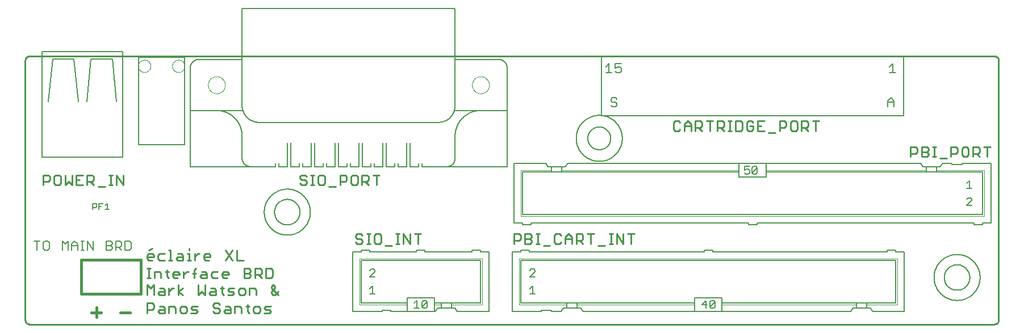
<source format=gto>
G75*
%MOIN*%
%OFA0B0*%
%FSLAX25Y25*%
%IPPOS*%
%LPD*%
%AMOC8*
5,1,8,0,0,1.08239X$1,22.5*
%
%ADD10C,0.01000*%
%ADD11C,0.01500*%
%ADD12C,0.00700*%
%ADD13C,0.01100*%
%ADD14C,0.00600*%
%ADD15C,0.00800*%
%ADD16C,0.00500*%
%ADD17C,0.00000*%
%ADD18C,0.00200*%
%ADD19C,0.01600*%
D10*
X0004000Y0002343D02*
X0570300Y0002343D01*
X0570398Y0002345D01*
X0570496Y0002351D01*
X0570594Y0002360D01*
X0570691Y0002374D01*
X0570788Y0002391D01*
X0570884Y0002412D01*
X0570979Y0002437D01*
X0571073Y0002465D01*
X0571165Y0002498D01*
X0571257Y0002533D01*
X0571347Y0002573D01*
X0571435Y0002615D01*
X0571522Y0002662D01*
X0571606Y0002711D01*
X0571689Y0002764D01*
X0571769Y0002820D01*
X0571848Y0002880D01*
X0571924Y0002942D01*
X0571997Y0003007D01*
X0572068Y0003075D01*
X0572136Y0003146D01*
X0572201Y0003219D01*
X0572263Y0003295D01*
X0572323Y0003374D01*
X0572379Y0003454D01*
X0572432Y0003537D01*
X0572481Y0003621D01*
X0572528Y0003708D01*
X0572570Y0003796D01*
X0572610Y0003886D01*
X0572645Y0003978D01*
X0572678Y0004070D01*
X0572706Y0004164D01*
X0572731Y0004259D01*
X0572752Y0004355D01*
X0572769Y0004452D01*
X0572783Y0004549D01*
X0572792Y0004647D01*
X0572798Y0004745D01*
X0572800Y0004843D01*
X0572800Y0157343D01*
X0572798Y0157441D01*
X0572792Y0157539D01*
X0572783Y0157637D01*
X0572769Y0157734D01*
X0572752Y0157831D01*
X0572731Y0157927D01*
X0572706Y0158022D01*
X0572678Y0158116D01*
X0572645Y0158208D01*
X0572610Y0158300D01*
X0572570Y0158390D01*
X0572528Y0158478D01*
X0572481Y0158565D01*
X0572432Y0158649D01*
X0572379Y0158732D01*
X0572323Y0158812D01*
X0572263Y0158891D01*
X0572201Y0158967D01*
X0572136Y0159040D01*
X0572068Y0159111D01*
X0571997Y0159179D01*
X0571924Y0159244D01*
X0571848Y0159306D01*
X0571769Y0159366D01*
X0571689Y0159422D01*
X0571606Y0159475D01*
X0571522Y0159524D01*
X0571435Y0159571D01*
X0571347Y0159613D01*
X0571257Y0159653D01*
X0571165Y0159688D01*
X0571073Y0159721D01*
X0570979Y0159749D01*
X0570884Y0159774D01*
X0570788Y0159795D01*
X0570691Y0159812D01*
X0570594Y0159826D01*
X0570496Y0159835D01*
X0570398Y0159841D01*
X0570300Y0159843D01*
X0004000Y0159843D01*
X0003902Y0159841D01*
X0003804Y0159835D01*
X0003706Y0159826D01*
X0003609Y0159812D01*
X0003512Y0159795D01*
X0003416Y0159774D01*
X0003321Y0159749D01*
X0003227Y0159721D01*
X0003135Y0159688D01*
X0003043Y0159653D01*
X0002953Y0159613D01*
X0002865Y0159571D01*
X0002778Y0159524D01*
X0002694Y0159475D01*
X0002611Y0159422D01*
X0002531Y0159366D01*
X0002452Y0159306D01*
X0002376Y0159244D01*
X0002303Y0159179D01*
X0002232Y0159111D01*
X0002164Y0159040D01*
X0002099Y0158967D01*
X0002037Y0158891D01*
X0001977Y0158812D01*
X0001921Y0158732D01*
X0001868Y0158649D01*
X0001819Y0158565D01*
X0001772Y0158478D01*
X0001730Y0158390D01*
X0001690Y0158300D01*
X0001655Y0158208D01*
X0001622Y0158116D01*
X0001594Y0158022D01*
X0001569Y0157927D01*
X0001548Y0157831D01*
X0001531Y0157734D01*
X0001517Y0157637D01*
X0001508Y0157539D01*
X0001502Y0157441D01*
X0001500Y0157343D01*
X0001500Y0004843D01*
X0001502Y0004745D01*
X0001508Y0004647D01*
X0001517Y0004549D01*
X0001531Y0004452D01*
X0001548Y0004355D01*
X0001569Y0004259D01*
X0001594Y0004164D01*
X0001622Y0004070D01*
X0001655Y0003978D01*
X0001690Y0003886D01*
X0001730Y0003796D01*
X0001772Y0003708D01*
X0001819Y0003621D01*
X0001868Y0003537D01*
X0001921Y0003454D01*
X0001977Y0003374D01*
X0002037Y0003295D01*
X0002099Y0003219D01*
X0002164Y0003146D01*
X0002232Y0003075D01*
X0002303Y0003007D01*
X0002376Y0002942D01*
X0002452Y0002880D01*
X0002531Y0002820D01*
X0002611Y0002764D01*
X0002694Y0002711D01*
X0002778Y0002662D01*
X0002865Y0002615D01*
X0002953Y0002573D01*
X0003043Y0002533D01*
X0003135Y0002498D01*
X0003227Y0002465D01*
X0003321Y0002437D01*
X0003416Y0002412D01*
X0003512Y0002391D01*
X0003609Y0002374D01*
X0003706Y0002360D01*
X0003804Y0002351D01*
X0003902Y0002345D01*
X0004000Y0002343D01*
D11*
X0040400Y0009337D02*
X0046072Y0009337D01*
X0043236Y0012173D02*
X0043236Y0006501D01*
X0057290Y0009337D02*
X0062962Y0009337D01*
D12*
X0062708Y0045893D02*
X0063592Y0046777D01*
X0063592Y0050314D01*
X0062708Y0051198D01*
X0060056Y0051198D01*
X0060056Y0045893D01*
X0062708Y0045893D01*
X0058067Y0045893D02*
X0056299Y0047662D01*
X0057183Y0047662D02*
X0054531Y0047662D01*
X0054531Y0045893D02*
X0054531Y0051198D01*
X0057183Y0051198D01*
X0058067Y0050314D01*
X0058067Y0048546D01*
X0057183Y0047662D01*
X0052543Y0047662D02*
X0052543Y0046777D01*
X0051658Y0045893D01*
X0049006Y0045893D01*
X0049006Y0051198D01*
X0051658Y0051198D01*
X0052543Y0050314D01*
X0052543Y0049430D01*
X0051658Y0048546D01*
X0049006Y0048546D01*
X0051658Y0048546D02*
X0052543Y0047662D01*
X0041493Y0045893D02*
X0041493Y0051198D01*
X0037957Y0051198D02*
X0041493Y0045893D01*
X0037957Y0045893D02*
X0037957Y0051198D01*
X0036042Y0051198D02*
X0034274Y0051198D01*
X0035158Y0051198D02*
X0035158Y0045893D01*
X0034274Y0045893D02*
X0036042Y0045893D01*
X0032285Y0045893D02*
X0032285Y0049430D01*
X0030517Y0051198D01*
X0028749Y0049430D01*
X0028749Y0045893D01*
X0026761Y0045893D02*
X0026761Y0051198D01*
X0024992Y0049430D01*
X0023224Y0051198D01*
X0023224Y0045893D01*
X0028749Y0048546D02*
X0032285Y0048546D01*
X0015711Y0046777D02*
X0015711Y0050314D01*
X0014827Y0051198D01*
X0013059Y0051198D01*
X0012175Y0050314D01*
X0012175Y0046777D01*
X0013059Y0045893D01*
X0014827Y0045893D01*
X0015711Y0046777D01*
X0008418Y0045893D02*
X0008418Y0051198D01*
X0006650Y0051198D02*
X0010186Y0051198D01*
D13*
X0072950Y0042846D02*
X0072950Y0040877D01*
X0073934Y0039893D01*
X0075903Y0039893D01*
X0076887Y0041862D02*
X0072950Y0041862D01*
X0072950Y0042846D02*
X0073934Y0043830D01*
X0075903Y0043830D01*
X0076887Y0042846D01*
X0076887Y0041862D01*
X0079395Y0042846D02*
X0079395Y0040877D01*
X0080380Y0039893D01*
X0083332Y0039893D01*
X0085841Y0039893D02*
X0087809Y0039893D01*
X0086825Y0039893D02*
X0086825Y0045798D01*
X0085841Y0045798D01*
X0083332Y0043830D02*
X0080380Y0043830D01*
X0079395Y0042846D01*
X0075903Y0046783D02*
X0073934Y0045798D01*
X0090138Y0040877D02*
X0091122Y0041862D01*
X0094075Y0041862D01*
X0094075Y0042846D02*
X0094075Y0039893D01*
X0091122Y0039893D01*
X0090138Y0040877D01*
X0093091Y0043830D02*
X0094075Y0042846D01*
X0093091Y0043830D02*
X0091122Y0043830D01*
X0096583Y0043830D02*
X0097568Y0043830D01*
X0097568Y0039893D01*
X0098552Y0039893D02*
X0096583Y0039893D01*
X0100880Y0039893D02*
X0100880Y0043830D01*
X0100880Y0041862D02*
X0102849Y0043830D01*
X0103833Y0043830D01*
X0106252Y0042846D02*
X0107236Y0043830D01*
X0109204Y0043830D01*
X0110188Y0042846D01*
X0110188Y0041862D01*
X0106252Y0041862D01*
X0106252Y0042846D02*
X0106252Y0040877D01*
X0107236Y0039893D01*
X0109204Y0039893D01*
X0119143Y0039893D02*
X0123079Y0045798D01*
X0125588Y0045798D02*
X0125588Y0039893D01*
X0129525Y0039893D01*
X0123079Y0039893D02*
X0119143Y0045798D01*
X0097568Y0045798D02*
X0097568Y0046783D01*
X0101775Y0035298D02*
X0100790Y0034314D01*
X0100790Y0029393D01*
X0104103Y0030377D02*
X0105087Y0031362D01*
X0108040Y0031362D01*
X0108040Y0032346D02*
X0108040Y0029393D01*
X0105087Y0029393D01*
X0104103Y0030377D01*
X0101775Y0032346D02*
X0099806Y0032346D01*
X0097388Y0033330D02*
X0096403Y0033330D01*
X0094435Y0031362D01*
X0094435Y0033330D02*
X0094435Y0029393D01*
X0091926Y0031362D02*
X0087989Y0031362D01*
X0087989Y0032346D02*
X0087989Y0030377D01*
X0088974Y0029393D01*
X0090942Y0029393D01*
X0091926Y0031362D02*
X0091926Y0032346D01*
X0090942Y0033330D01*
X0088974Y0033330D01*
X0087989Y0032346D01*
X0085661Y0033330D02*
X0083692Y0033330D01*
X0084677Y0034314D02*
X0084677Y0030377D01*
X0085661Y0029393D01*
X0081184Y0029393D02*
X0081184Y0032346D01*
X0080200Y0033330D01*
X0077247Y0033330D01*
X0077247Y0029393D01*
X0074918Y0029393D02*
X0072950Y0029393D01*
X0073934Y0029393D02*
X0073934Y0035298D01*
X0072950Y0035298D02*
X0074918Y0035298D01*
X0072950Y0025398D02*
X0074918Y0023430D01*
X0076887Y0025398D01*
X0076887Y0019493D01*
X0079395Y0020477D02*
X0080380Y0021462D01*
X0083332Y0021462D01*
X0083332Y0022446D02*
X0083332Y0019493D01*
X0080380Y0019493D01*
X0079395Y0020477D01*
X0082348Y0023430D02*
X0083332Y0022446D01*
X0082348Y0023430D02*
X0080380Y0023430D01*
X0085841Y0023430D02*
X0085841Y0019493D01*
X0085841Y0021462D02*
X0087809Y0023430D01*
X0088794Y0023430D01*
X0091212Y0021462D02*
X0094165Y0023430D01*
X0091212Y0021462D02*
X0094165Y0019493D01*
X0091212Y0019493D02*
X0091212Y0025398D01*
X0103029Y0025398D02*
X0103029Y0019493D01*
X0104997Y0021462D01*
X0106966Y0019493D01*
X0106966Y0025398D01*
X0110459Y0023430D02*
X0112427Y0023430D01*
X0113411Y0022446D01*
X0113411Y0019493D01*
X0110459Y0019493D01*
X0109474Y0020477D01*
X0110459Y0021462D01*
X0113411Y0021462D01*
X0115920Y0023430D02*
X0117888Y0023430D01*
X0116904Y0024414D02*
X0116904Y0020477D01*
X0117888Y0019493D01*
X0120217Y0019493D02*
X0123170Y0019493D01*
X0124154Y0020477D01*
X0123170Y0021462D01*
X0121201Y0021462D01*
X0120217Y0022446D01*
X0121201Y0023430D01*
X0124154Y0023430D01*
X0126662Y0022446D02*
X0126662Y0020477D01*
X0127647Y0019493D01*
X0129615Y0019493D01*
X0130599Y0020477D01*
X0130599Y0022446D01*
X0129615Y0023430D01*
X0127647Y0023430D01*
X0126662Y0022446D01*
X0133108Y0023430D02*
X0133108Y0019493D01*
X0137045Y0019493D02*
X0137045Y0022446D01*
X0136060Y0023430D01*
X0133108Y0023430D01*
X0145999Y0023430D02*
X0149936Y0019493D01*
X0149936Y0021462D02*
X0147967Y0019493D01*
X0146983Y0019493D01*
X0145999Y0020477D01*
X0145999Y0021462D01*
X0147967Y0023430D01*
X0147967Y0024414D01*
X0146983Y0025398D01*
X0145999Y0024414D01*
X0145999Y0023430D01*
X0145729Y0029393D02*
X0142776Y0029393D01*
X0142776Y0035298D01*
X0145729Y0035298D01*
X0146713Y0034314D01*
X0146713Y0030377D01*
X0145729Y0029393D01*
X0140267Y0029393D02*
X0138299Y0031362D01*
X0139283Y0031362D02*
X0136331Y0031362D01*
X0136331Y0029393D02*
X0136331Y0035298D01*
X0139283Y0035298D01*
X0140267Y0034314D01*
X0140267Y0032346D01*
X0139283Y0031362D01*
X0133822Y0031362D02*
X0132838Y0032346D01*
X0129885Y0032346D01*
X0129885Y0035298D02*
X0132838Y0035298D01*
X0133822Y0034314D01*
X0133822Y0033330D01*
X0132838Y0032346D01*
X0133822Y0031362D02*
X0133822Y0030377D01*
X0132838Y0029393D01*
X0129885Y0029393D01*
X0129885Y0035298D01*
X0120931Y0032346D02*
X0120931Y0031362D01*
X0116994Y0031362D01*
X0116994Y0032346D02*
X0116994Y0030377D01*
X0117978Y0029393D01*
X0119947Y0029393D01*
X0114485Y0029393D02*
X0111533Y0029393D01*
X0110549Y0030377D01*
X0110549Y0032346D01*
X0111533Y0033330D01*
X0114485Y0033330D01*
X0116994Y0032346D02*
X0117978Y0033330D01*
X0119947Y0033330D01*
X0120931Y0032346D01*
X0108040Y0032346D02*
X0107056Y0033330D01*
X0105087Y0033330D01*
X0072950Y0025398D02*
X0072950Y0019493D01*
X0072950Y0014898D02*
X0075903Y0014898D01*
X0076887Y0013914D01*
X0076887Y0011946D01*
X0075903Y0010962D01*
X0072950Y0010962D01*
X0072950Y0008993D02*
X0072950Y0014898D01*
X0080380Y0012930D02*
X0082348Y0012930D01*
X0083332Y0011946D01*
X0083332Y0008993D01*
X0080380Y0008993D01*
X0079395Y0009977D01*
X0080380Y0010962D01*
X0083332Y0010962D01*
X0085841Y0012930D02*
X0085841Y0008993D01*
X0089778Y0008993D02*
X0089778Y0011946D01*
X0088794Y0012930D01*
X0085841Y0012930D01*
X0092286Y0011946D02*
X0092286Y0009977D01*
X0093271Y0008993D01*
X0095239Y0008993D01*
X0096223Y0009977D01*
X0096223Y0011946D01*
X0095239Y0012930D01*
X0093271Y0012930D01*
X0092286Y0011946D01*
X0098732Y0011946D02*
X0099716Y0010962D01*
X0101685Y0010962D01*
X0102669Y0009977D01*
X0101685Y0008993D01*
X0098732Y0008993D01*
X0098732Y0011946D02*
X0099716Y0012930D01*
X0102669Y0012930D01*
X0111623Y0012930D02*
X0112607Y0011946D01*
X0114576Y0011946D01*
X0115560Y0010962D01*
X0115560Y0009977D01*
X0114576Y0008993D01*
X0112607Y0008993D01*
X0111623Y0009977D01*
X0111623Y0012930D02*
X0111623Y0013914D01*
X0112607Y0014898D01*
X0114576Y0014898D01*
X0115560Y0013914D01*
X0119053Y0012930D02*
X0121021Y0012930D01*
X0122005Y0011946D01*
X0122005Y0008993D01*
X0119053Y0008993D01*
X0118068Y0009977D01*
X0119053Y0010962D01*
X0122005Y0010962D01*
X0124514Y0012930D02*
X0124514Y0008993D01*
X0128451Y0008993D02*
X0128451Y0011946D01*
X0127466Y0012930D01*
X0124514Y0012930D01*
X0130959Y0012930D02*
X0132928Y0012930D01*
X0131944Y0013914D02*
X0131944Y0009977D01*
X0132928Y0008993D01*
X0135256Y0009977D02*
X0136241Y0008993D01*
X0138209Y0008993D01*
X0139193Y0009977D01*
X0139193Y0011946D01*
X0138209Y0012930D01*
X0136241Y0012930D01*
X0135256Y0011946D01*
X0135256Y0009977D01*
X0141702Y0008993D02*
X0144654Y0008993D01*
X0145639Y0009977D01*
X0144654Y0010962D01*
X0142686Y0010962D01*
X0141702Y0011946D01*
X0142686Y0012930D01*
X0145639Y0012930D01*
X0212708Y0048459D02*
X0216645Y0048459D01*
X0219153Y0049443D02*
X0221122Y0049443D01*
X0220138Y0049443D02*
X0220138Y0055348D01*
X0221122Y0055348D02*
X0219153Y0055348D01*
X0223450Y0055348D02*
X0227387Y0049443D01*
X0227387Y0055348D01*
X0229896Y0055348D02*
X0233833Y0055348D01*
X0231864Y0055348D02*
X0231864Y0049443D01*
X0223450Y0049443D02*
X0223450Y0055348D01*
X0210199Y0054364D02*
X0209215Y0055348D01*
X0207247Y0055348D01*
X0206262Y0054364D01*
X0206262Y0050427D01*
X0207247Y0049443D01*
X0209215Y0049443D01*
X0210199Y0050427D01*
X0210199Y0054364D01*
X0203934Y0055348D02*
X0201966Y0055348D01*
X0202950Y0055348D02*
X0202950Y0049443D01*
X0201966Y0049443D02*
X0203934Y0049443D01*
X0199457Y0050427D02*
X0199457Y0051412D01*
X0198473Y0052396D01*
X0196504Y0052396D01*
X0195520Y0053380D01*
X0195520Y0054364D01*
X0196504Y0055348D01*
X0198473Y0055348D01*
X0199457Y0054364D01*
X0199457Y0050427D02*
X0198473Y0049443D01*
X0196504Y0049443D01*
X0195520Y0050427D01*
X0288390Y0049443D02*
X0288390Y0055348D01*
X0291343Y0055348D01*
X0292327Y0054364D01*
X0292327Y0052396D01*
X0291343Y0051412D01*
X0288390Y0051412D01*
X0294836Y0052396D02*
X0297788Y0052396D01*
X0298772Y0051412D01*
X0298772Y0050427D01*
X0297788Y0049443D01*
X0294836Y0049443D01*
X0294836Y0055348D01*
X0297788Y0055348D01*
X0298772Y0054364D01*
X0298772Y0053380D01*
X0297788Y0052396D01*
X0301281Y0049443D02*
X0303249Y0049443D01*
X0302265Y0049443D02*
X0302265Y0055348D01*
X0301281Y0055348D02*
X0303249Y0055348D01*
X0312023Y0054364D02*
X0312023Y0050427D01*
X0313008Y0049443D01*
X0314976Y0049443D01*
X0315960Y0050427D01*
X0318469Y0049443D02*
X0318469Y0053380D01*
X0320437Y0055348D01*
X0322406Y0053380D01*
X0322406Y0049443D01*
X0324914Y0049443D02*
X0324914Y0055348D01*
X0327867Y0055348D01*
X0328851Y0054364D01*
X0328851Y0052396D01*
X0327867Y0051412D01*
X0324914Y0051412D01*
X0326883Y0051412D02*
X0328851Y0049443D01*
X0333328Y0049443D02*
X0333328Y0055348D01*
X0331360Y0055348D02*
X0335297Y0055348D01*
X0344251Y0055348D02*
X0346219Y0055348D01*
X0345235Y0055348D02*
X0345235Y0049443D01*
X0344251Y0049443D02*
X0346219Y0049443D01*
X0348548Y0049443D02*
X0348548Y0055348D01*
X0352485Y0049443D01*
X0352485Y0055348D01*
X0354993Y0055348D02*
X0358930Y0055348D01*
X0356962Y0055348D02*
X0356962Y0049443D01*
X0341742Y0048459D02*
X0337805Y0048459D01*
X0322406Y0052396D02*
X0318469Y0052396D01*
X0315960Y0054364D02*
X0314976Y0055348D01*
X0313008Y0055348D01*
X0312023Y0054364D01*
X0309515Y0048459D02*
X0305578Y0048459D01*
X0207548Y0084093D02*
X0207548Y0089998D01*
X0205580Y0089998D02*
X0209517Y0089998D01*
X0203071Y0089014D02*
X0203071Y0087046D01*
X0202087Y0086062D01*
X0199134Y0086062D01*
X0199134Y0084093D02*
X0199134Y0089998D01*
X0202087Y0089998D01*
X0203071Y0089014D01*
X0196626Y0089014D02*
X0195642Y0089998D01*
X0193673Y0089998D01*
X0192689Y0089014D01*
X0192689Y0085077D01*
X0193673Y0084093D01*
X0195642Y0084093D01*
X0196626Y0085077D01*
X0196626Y0089014D01*
X0190180Y0089014D02*
X0190180Y0087046D01*
X0189196Y0086062D01*
X0186243Y0086062D01*
X0186243Y0084093D02*
X0186243Y0089998D01*
X0189196Y0089998D01*
X0190180Y0089014D01*
X0201103Y0086062D02*
X0203071Y0084093D01*
X0183735Y0083109D02*
X0179798Y0083109D01*
X0177289Y0085077D02*
X0177289Y0089014D01*
X0176305Y0089998D01*
X0174337Y0089998D01*
X0173352Y0089014D01*
X0173352Y0085077D01*
X0174337Y0084093D01*
X0176305Y0084093D01*
X0177289Y0085077D01*
X0171024Y0084093D02*
X0169055Y0084093D01*
X0170040Y0084093D02*
X0170040Y0089998D01*
X0171024Y0089998D02*
X0169055Y0089998D01*
X0166547Y0089014D02*
X0165563Y0089998D01*
X0163594Y0089998D01*
X0162610Y0089014D01*
X0162610Y0088030D01*
X0163594Y0087046D01*
X0165563Y0087046D01*
X0166547Y0086062D01*
X0166547Y0085077D01*
X0165563Y0084093D01*
X0163594Y0084093D01*
X0162610Y0085077D01*
X0058947Y0084093D02*
X0058947Y0089998D01*
X0055010Y0089998D02*
X0058947Y0084093D01*
X0055010Y0084093D02*
X0055010Y0089998D01*
X0052681Y0089998D02*
X0050713Y0089998D01*
X0051697Y0089998D02*
X0051697Y0084093D01*
X0050713Y0084093D02*
X0052681Y0084093D01*
X0048204Y0083109D02*
X0044267Y0083109D01*
X0041759Y0084093D02*
X0039790Y0086062D01*
X0040775Y0086062D02*
X0037822Y0086062D01*
X0037822Y0084093D02*
X0037822Y0089998D01*
X0040775Y0089998D01*
X0041759Y0089014D01*
X0041759Y0087046D01*
X0040775Y0086062D01*
X0035313Y0084093D02*
X0031377Y0084093D01*
X0031377Y0089998D01*
X0035313Y0089998D01*
X0028868Y0089998D02*
X0028868Y0084093D01*
X0026899Y0086062D01*
X0024931Y0084093D01*
X0024931Y0089998D01*
X0022422Y0089014D02*
X0021438Y0089998D01*
X0019470Y0089998D01*
X0018486Y0089014D01*
X0018486Y0085077D01*
X0019470Y0084093D01*
X0021438Y0084093D01*
X0022422Y0085077D01*
X0022422Y0089014D01*
X0015977Y0089014D02*
X0015977Y0087046D01*
X0014993Y0086062D01*
X0012040Y0086062D01*
X0012040Y0084093D02*
X0012040Y0089998D01*
X0014993Y0089998D01*
X0015977Y0089014D01*
X0031377Y0087046D02*
X0033345Y0087046D01*
X0381910Y0116877D02*
X0382894Y0115893D01*
X0384863Y0115893D01*
X0385847Y0116877D01*
X0388355Y0115893D02*
X0388355Y0119830D01*
X0390324Y0121798D01*
X0392292Y0119830D01*
X0392292Y0115893D01*
X0394801Y0115893D02*
X0394801Y0121798D01*
X0397754Y0121798D01*
X0398738Y0120814D01*
X0398738Y0118846D01*
X0397754Y0117862D01*
X0394801Y0117862D01*
X0396769Y0117862D02*
X0398738Y0115893D01*
X0403215Y0115893D02*
X0403215Y0121798D01*
X0405183Y0121798D02*
X0401246Y0121798D01*
X0407692Y0121798D02*
X0410645Y0121798D01*
X0411629Y0120814D01*
X0411629Y0118846D01*
X0410645Y0117862D01*
X0407692Y0117862D01*
X0409660Y0117862D02*
X0411629Y0115893D01*
X0414137Y0115893D02*
X0416106Y0115893D01*
X0415122Y0115893D02*
X0415122Y0121798D01*
X0416106Y0121798D02*
X0414137Y0121798D01*
X0418434Y0121798D02*
X0421387Y0121798D01*
X0422371Y0120814D01*
X0422371Y0116877D01*
X0421387Y0115893D01*
X0418434Y0115893D01*
X0418434Y0121798D01*
X0424880Y0120814D02*
X0424880Y0116877D01*
X0425864Y0115893D01*
X0427833Y0115893D01*
X0428817Y0116877D01*
X0428817Y0118846D01*
X0426848Y0118846D01*
X0424880Y0120814D02*
X0425864Y0121798D01*
X0427833Y0121798D01*
X0428817Y0120814D01*
X0431325Y0121798D02*
X0431325Y0115893D01*
X0435262Y0115893D01*
X0437771Y0114909D02*
X0441708Y0114909D01*
X0444216Y0115893D02*
X0444216Y0121798D01*
X0447169Y0121798D01*
X0448153Y0120814D01*
X0448153Y0118846D01*
X0447169Y0117862D01*
X0444216Y0117862D01*
X0450662Y0116877D02*
X0451646Y0115893D01*
X0453614Y0115893D01*
X0454599Y0116877D01*
X0454599Y0120814D01*
X0453614Y0121798D01*
X0451646Y0121798D01*
X0450662Y0120814D01*
X0450662Y0116877D01*
X0457107Y0115893D02*
X0457107Y0121798D01*
X0460060Y0121798D01*
X0461044Y0120814D01*
X0461044Y0118846D01*
X0460060Y0117862D01*
X0457107Y0117862D01*
X0459076Y0117862D02*
X0461044Y0115893D01*
X0465521Y0115893D02*
X0465521Y0121798D01*
X0463553Y0121798D02*
X0467490Y0121798D01*
X0435262Y0121798D02*
X0431325Y0121798D01*
X0431325Y0118846D02*
X0433294Y0118846D01*
X0407692Y0115893D02*
X0407692Y0121798D01*
X0392292Y0118846D02*
X0388355Y0118846D01*
X0385847Y0120814D02*
X0384863Y0121798D01*
X0382894Y0121798D01*
X0381910Y0120814D01*
X0381910Y0116877D01*
X0521150Y0106608D02*
X0521150Y0100703D01*
X0521150Y0102672D02*
X0524103Y0102672D01*
X0525087Y0103656D01*
X0525087Y0105624D01*
X0524103Y0106608D01*
X0521150Y0106608D01*
X0527595Y0106608D02*
X0530548Y0106608D01*
X0531532Y0105624D01*
X0531532Y0104640D01*
X0530548Y0103656D01*
X0527595Y0103656D01*
X0527595Y0106608D02*
X0527595Y0100703D01*
X0530548Y0100703D01*
X0531532Y0101687D01*
X0531532Y0102672D01*
X0530548Y0103656D01*
X0534041Y0100703D02*
X0536009Y0100703D01*
X0535025Y0100703D02*
X0535025Y0106608D01*
X0534041Y0106608D02*
X0536009Y0106608D01*
X0544783Y0106608D02*
X0547736Y0106608D01*
X0548720Y0105624D01*
X0548720Y0103656D01*
X0547736Y0102672D01*
X0544783Y0102672D01*
X0544783Y0100703D02*
X0544783Y0106608D01*
X0551229Y0105624D02*
X0551229Y0101687D01*
X0552213Y0100703D01*
X0554182Y0100703D01*
X0555166Y0101687D01*
X0555166Y0105624D01*
X0554182Y0106608D01*
X0552213Y0106608D01*
X0551229Y0105624D01*
X0557674Y0106608D02*
X0557674Y0100703D01*
X0557674Y0102672D02*
X0560627Y0102672D01*
X0561611Y0103656D01*
X0561611Y0105624D01*
X0560627Y0106608D01*
X0557674Y0106608D01*
X0564120Y0106608D02*
X0568057Y0106608D01*
X0566088Y0106608D02*
X0566088Y0100703D01*
X0561611Y0100703D02*
X0559643Y0102672D01*
X0542275Y0099719D02*
X0538338Y0099719D01*
D14*
X0331712Y0111580D02*
X0331714Y0111744D01*
X0331720Y0111908D01*
X0331730Y0112072D01*
X0331744Y0112236D01*
X0331762Y0112399D01*
X0331784Y0112562D01*
X0331811Y0112724D01*
X0331841Y0112886D01*
X0331875Y0113046D01*
X0331913Y0113206D01*
X0331954Y0113365D01*
X0332000Y0113523D01*
X0332050Y0113679D01*
X0332103Y0113835D01*
X0332160Y0113989D01*
X0332221Y0114141D01*
X0332286Y0114292D01*
X0332355Y0114442D01*
X0332427Y0114589D01*
X0332502Y0114735D01*
X0332582Y0114879D01*
X0332664Y0115021D01*
X0332750Y0115161D01*
X0332840Y0115298D01*
X0332933Y0115434D01*
X0333029Y0115567D01*
X0333129Y0115698D01*
X0333231Y0115826D01*
X0333337Y0115952D01*
X0333446Y0116075D01*
X0333558Y0116195D01*
X0333672Y0116313D01*
X0333790Y0116427D01*
X0333910Y0116539D01*
X0334033Y0116648D01*
X0334159Y0116754D01*
X0334287Y0116856D01*
X0334418Y0116956D01*
X0334551Y0117052D01*
X0334687Y0117145D01*
X0334824Y0117235D01*
X0334964Y0117321D01*
X0335106Y0117403D01*
X0335250Y0117483D01*
X0335396Y0117558D01*
X0335543Y0117630D01*
X0335693Y0117699D01*
X0335844Y0117764D01*
X0335996Y0117825D01*
X0336150Y0117882D01*
X0336306Y0117935D01*
X0336462Y0117985D01*
X0336620Y0118031D01*
X0336779Y0118072D01*
X0336939Y0118110D01*
X0337099Y0118144D01*
X0337261Y0118174D01*
X0337423Y0118201D01*
X0337586Y0118223D01*
X0337749Y0118241D01*
X0337913Y0118255D01*
X0338077Y0118265D01*
X0338241Y0118271D01*
X0338405Y0118273D01*
X0338569Y0118271D01*
X0338733Y0118265D01*
X0338897Y0118255D01*
X0339061Y0118241D01*
X0339224Y0118223D01*
X0339387Y0118201D01*
X0339549Y0118174D01*
X0339711Y0118144D01*
X0339871Y0118110D01*
X0340031Y0118072D01*
X0340190Y0118031D01*
X0340348Y0117985D01*
X0340504Y0117935D01*
X0340660Y0117882D01*
X0340814Y0117825D01*
X0340966Y0117764D01*
X0341117Y0117699D01*
X0341267Y0117630D01*
X0341414Y0117558D01*
X0341560Y0117483D01*
X0341704Y0117403D01*
X0341846Y0117321D01*
X0341986Y0117235D01*
X0342123Y0117145D01*
X0342259Y0117052D01*
X0342392Y0116956D01*
X0342523Y0116856D01*
X0342651Y0116754D01*
X0342777Y0116648D01*
X0342900Y0116539D01*
X0343020Y0116427D01*
X0343138Y0116313D01*
X0343252Y0116195D01*
X0343364Y0116075D01*
X0343473Y0115952D01*
X0343579Y0115826D01*
X0343681Y0115698D01*
X0343781Y0115567D01*
X0343877Y0115434D01*
X0343970Y0115298D01*
X0344060Y0115161D01*
X0344146Y0115021D01*
X0344228Y0114879D01*
X0344308Y0114735D01*
X0344383Y0114589D01*
X0344455Y0114442D01*
X0344524Y0114292D01*
X0344589Y0114141D01*
X0344650Y0113989D01*
X0344707Y0113835D01*
X0344760Y0113679D01*
X0344810Y0113523D01*
X0344856Y0113365D01*
X0344897Y0113206D01*
X0344935Y0113046D01*
X0344969Y0112886D01*
X0344999Y0112724D01*
X0345026Y0112562D01*
X0345048Y0112399D01*
X0345066Y0112236D01*
X0345080Y0112072D01*
X0345090Y0111908D01*
X0345096Y0111744D01*
X0345098Y0111580D01*
X0345096Y0111416D01*
X0345090Y0111252D01*
X0345080Y0111088D01*
X0345066Y0110924D01*
X0345048Y0110761D01*
X0345026Y0110598D01*
X0344999Y0110436D01*
X0344969Y0110274D01*
X0344935Y0110114D01*
X0344897Y0109954D01*
X0344856Y0109795D01*
X0344810Y0109637D01*
X0344760Y0109481D01*
X0344707Y0109325D01*
X0344650Y0109171D01*
X0344589Y0109019D01*
X0344524Y0108868D01*
X0344455Y0108718D01*
X0344383Y0108571D01*
X0344308Y0108425D01*
X0344228Y0108281D01*
X0344146Y0108139D01*
X0344060Y0107999D01*
X0343970Y0107862D01*
X0343877Y0107726D01*
X0343781Y0107593D01*
X0343681Y0107462D01*
X0343579Y0107334D01*
X0343473Y0107208D01*
X0343364Y0107085D01*
X0343252Y0106965D01*
X0343138Y0106847D01*
X0343020Y0106733D01*
X0342900Y0106621D01*
X0342777Y0106512D01*
X0342651Y0106406D01*
X0342523Y0106304D01*
X0342392Y0106204D01*
X0342259Y0106108D01*
X0342123Y0106015D01*
X0341986Y0105925D01*
X0341846Y0105839D01*
X0341704Y0105757D01*
X0341560Y0105677D01*
X0341414Y0105602D01*
X0341267Y0105530D01*
X0341117Y0105461D01*
X0340966Y0105396D01*
X0340814Y0105335D01*
X0340660Y0105278D01*
X0340504Y0105225D01*
X0340348Y0105175D01*
X0340190Y0105129D01*
X0340031Y0105088D01*
X0339871Y0105050D01*
X0339711Y0105016D01*
X0339549Y0104986D01*
X0339387Y0104959D01*
X0339224Y0104937D01*
X0339061Y0104919D01*
X0338897Y0104905D01*
X0338733Y0104895D01*
X0338569Y0104889D01*
X0338405Y0104887D01*
X0338241Y0104889D01*
X0338077Y0104895D01*
X0337913Y0104905D01*
X0337749Y0104919D01*
X0337586Y0104937D01*
X0337423Y0104959D01*
X0337261Y0104986D01*
X0337099Y0105016D01*
X0336939Y0105050D01*
X0336779Y0105088D01*
X0336620Y0105129D01*
X0336462Y0105175D01*
X0336306Y0105225D01*
X0336150Y0105278D01*
X0335996Y0105335D01*
X0335844Y0105396D01*
X0335693Y0105461D01*
X0335543Y0105530D01*
X0335396Y0105602D01*
X0335250Y0105677D01*
X0335106Y0105757D01*
X0334964Y0105839D01*
X0334824Y0105925D01*
X0334687Y0106015D01*
X0334551Y0106108D01*
X0334418Y0106204D01*
X0334287Y0106304D01*
X0334159Y0106406D01*
X0334033Y0106512D01*
X0333910Y0106621D01*
X0333790Y0106733D01*
X0333672Y0106847D01*
X0333558Y0106965D01*
X0333446Y0107085D01*
X0333337Y0107208D01*
X0333231Y0107334D01*
X0333129Y0107462D01*
X0333029Y0107593D01*
X0332933Y0107726D01*
X0332840Y0107862D01*
X0332750Y0107999D01*
X0332664Y0108139D01*
X0332582Y0108281D01*
X0332502Y0108425D01*
X0332427Y0108571D01*
X0332355Y0108718D01*
X0332286Y0108868D01*
X0332221Y0109019D01*
X0332160Y0109171D01*
X0332103Y0109325D01*
X0332050Y0109481D01*
X0332000Y0109637D01*
X0331954Y0109795D01*
X0331913Y0109954D01*
X0331875Y0110114D01*
X0331841Y0110274D01*
X0331811Y0110436D01*
X0331784Y0110598D01*
X0331762Y0110761D01*
X0331744Y0110924D01*
X0331730Y0111088D01*
X0331720Y0111252D01*
X0331714Y0111416D01*
X0331712Y0111580D01*
X0324905Y0111580D02*
X0324909Y0111911D01*
X0324921Y0112242D01*
X0324942Y0112573D01*
X0324970Y0112903D01*
X0325007Y0113233D01*
X0325051Y0113561D01*
X0325104Y0113888D01*
X0325164Y0114214D01*
X0325233Y0114538D01*
X0325310Y0114860D01*
X0325394Y0115181D01*
X0325486Y0115499D01*
X0325586Y0115815D01*
X0325694Y0116128D01*
X0325810Y0116439D01*
X0325933Y0116746D01*
X0326063Y0117051D01*
X0326201Y0117352D01*
X0326346Y0117650D01*
X0326499Y0117944D01*
X0326659Y0118234D01*
X0326826Y0118520D01*
X0326999Y0118802D01*
X0327180Y0119080D01*
X0327368Y0119353D01*
X0327562Y0119622D01*
X0327762Y0119886D01*
X0327969Y0120144D01*
X0328183Y0120398D01*
X0328402Y0120646D01*
X0328628Y0120889D01*
X0328859Y0121126D01*
X0329096Y0121357D01*
X0329339Y0121583D01*
X0329587Y0121802D01*
X0329841Y0122016D01*
X0330099Y0122223D01*
X0330363Y0122423D01*
X0330632Y0122617D01*
X0330905Y0122805D01*
X0331183Y0122986D01*
X0331465Y0123159D01*
X0331751Y0123326D01*
X0332041Y0123486D01*
X0332335Y0123639D01*
X0332633Y0123784D01*
X0332934Y0123922D01*
X0333239Y0124052D01*
X0333546Y0124175D01*
X0333857Y0124291D01*
X0334170Y0124399D01*
X0334486Y0124499D01*
X0334804Y0124591D01*
X0335125Y0124675D01*
X0335447Y0124752D01*
X0335771Y0124821D01*
X0336097Y0124881D01*
X0336424Y0124934D01*
X0336752Y0124978D01*
X0337082Y0125015D01*
X0337412Y0125043D01*
X0337743Y0125064D01*
X0338074Y0125076D01*
X0338405Y0125080D01*
X0338736Y0125076D01*
X0339067Y0125064D01*
X0339398Y0125043D01*
X0339728Y0125015D01*
X0340058Y0124978D01*
X0340386Y0124934D01*
X0340713Y0124881D01*
X0341039Y0124821D01*
X0341363Y0124752D01*
X0341685Y0124675D01*
X0342006Y0124591D01*
X0342324Y0124499D01*
X0342640Y0124399D01*
X0342953Y0124291D01*
X0343264Y0124175D01*
X0343571Y0124052D01*
X0343876Y0123922D01*
X0344177Y0123784D01*
X0344475Y0123639D01*
X0344769Y0123486D01*
X0345059Y0123326D01*
X0345345Y0123159D01*
X0345627Y0122986D01*
X0345905Y0122805D01*
X0346178Y0122617D01*
X0346447Y0122423D01*
X0346711Y0122223D01*
X0346969Y0122016D01*
X0347223Y0121802D01*
X0347471Y0121583D01*
X0347714Y0121357D01*
X0347951Y0121126D01*
X0348182Y0120889D01*
X0348408Y0120646D01*
X0348627Y0120398D01*
X0348841Y0120144D01*
X0349048Y0119886D01*
X0349248Y0119622D01*
X0349442Y0119353D01*
X0349630Y0119080D01*
X0349811Y0118802D01*
X0349984Y0118520D01*
X0350151Y0118234D01*
X0350311Y0117944D01*
X0350464Y0117650D01*
X0350609Y0117352D01*
X0350747Y0117051D01*
X0350877Y0116746D01*
X0351000Y0116439D01*
X0351116Y0116128D01*
X0351224Y0115815D01*
X0351324Y0115499D01*
X0351416Y0115181D01*
X0351500Y0114860D01*
X0351577Y0114538D01*
X0351646Y0114214D01*
X0351706Y0113888D01*
X0351759Y0113561D01*
X0351803Y0113233D01*
X0351840Y0112903D01*
X0351868Y0112573D01*
X0351889Y0112242D01*
X0351901Y0111911D01*
X0351905Y0111580D01*
X0351901Y0111249D01*
X0351889Y0110918D01*
X0351868Y0110587D01*
X0351840Y0110257D01*
X0351803Y0109927D01*
X0351759Y0109599D01*
X0351706Y0109272D01*
X0351646Y0108946D01*
X0351577Y0108622D01*
X0351500Y0108300D01*
X0351416Y0107979D01*
X0351324Y0107661D01*
X0351224Y0107345D01*
X0351116Y0107032D01*
X0351000Y0106721D01*
X0350877Y0106414D01*
X0350747Y0106109D01*
X0350609Y0105808D01*
X0350464Y0105510D01*
X0350311Y0105216D01*
X0350151Y0104926D01*
X0349984Y0104640D01*
X0349811Y0104358D01*
X0349630Y0104080D01*
X0349442Y0103807D01*
X0349248Y0103538D01*
X0349048Y0103274D01*
X0348841Y0103016D01*
X0348627Y0102762D01*
X0348408Y0102514D01*
X0348182Y0102271D01*
X0347951Y0102034D01*
X0347714Y0101803D01*
X0347471Y0101577D01*
X0347223Y0101358D01*
X0346969Y0101144D01*
X0346711Y0100937D01*
X0346447Y0100737D01*
X0346178Y0100543D01*
X0345905Y0100355D01*
X0345627Y0100174D01*
X0345345Y0100001D01*
X0345059Y0099834D01*
X0344769Y0099674D01*
X0344475Y0099521D01*
X0344177Y0099376D01*
X0343876Y0099238D01*
X0343571Y0099108D01*
X0343264Y0098985D01*
X0342953Y0098869D01*
X0342640Y0098761D01*
X0342324Y0098661D01*
X0342006Y0098569D01*
X0341685Y0098485D01*
X0341363Y0098408D01*
X0341039Y0098339D01*
X0340713Y0098279D01*
X0340386Y0098226D01*
X0340058Y0098182D01*
X0339728Y0098145D01*
X0339398Y0098117D01*
X0339067Y0098096D01*
X0338736Y0098084D01*
X0338405Y0098080D01*
X0338074Y0098084D01*
X0337743Y0098096D01*
X0337412Y0098117D01*
X0337082Y0098145D01*
X0336752Y0098182D01*
X0336424Y0098226D01*
X0336097Y0098279D01*
X0335771Y0098339D01*
X0335447Y0098408D01*
X0335125Y0098485D01*
X0334804Y0098569D01*
X0334486Y0098661D01*
X0334170Y0098761D01*
X0333857Y0098869D01*
X0333546Y0098985D01*
X0333239Y0099108D01*
X0332934Y0099238D01*
X0332633Y0099376D01*
X0332335Y0099521D01*
X0332041Y0099674D01*
X0331751Y0099834D01*
X0331465Y0100001D01*
X0331183Y0100174D01*
X0330905Y0100355D01*
X0330632Y0100543D01*
X0330363Y0100737D01*
X0330099Y0100937D01*
X0329841Y0101144D01*
X0329587Y0101358D01*
X0329339Y0101577D01*
X0329096Y0101803D01*
X0328859Y0102034D01*
X0328628Y0102271D01*
X0328402Y0102514D01*
X0328183Y0102762D01*
X0327969Y0103016D01*
X0327762Y0103274D01*
X0327562Y0103538D01*
X0327368Y0103807D01*
X0327180Y0104080D01*
X0326999Y0104358D01*
X0326826Y0104640D01*
X0326659Y0104926D01*
X0326499Y0105216D01*
X0326346Y0105510D01*
X0326201Y0105808D01*
X0326063Y0106109D01*
X0325933Y0106414D01*
X0325810Y0106721D01*
X0325694Y0107032D01*
X0325586Y0107345D01*
X0325486Y0107661D01*
X0325394Y0107979D01*
X0325310Y0108300D01*
X0325233Y0108622D01*
X0325164Y0108946D01*
X0325104Y0109272D01*
X0325051Y0109599D01*
X0325007Y0109927D01*
X0324970Y0110257D01*
X0324942Y0110587D01*
X0324921Y0110918D01*
X0324909Y0111249D01*
X0324905Y0111580D01*
X0284300Y0127943D02*
X0268800Y0127943D01*
X0253400Y0127943D01*
X0253800Y0130943D02*
X0253800Y0157943D01*
X0279300Y0157943D01*
X0279440Y0157941D01*
X0279580Y0157935D01*
X0279720Y0157925D01*
X0279860Y0157912D01*
X0279999Y0157894D01*
X0280138Y0157872D01*
X0280275Y0157847D01*
X0280413Y0157818D01*
X0280549Y0157785D01*
X0280684Y0157748D01*
X0280818Y0157707D01*
X0280951Y0157662D01*
X0281083Y0157614D01*
X0281213Y0157562D01*
X0281342Y0157507D01*
X0281469Y0157448D01*
X0281595Y0157385D01*
X0281719Y0157319D01*
X0281840Y0157250D01*
X0281960Y0157177D01*
X0282078Y0157100D01*
X0282193Y0157021D01*
X0282307Y0156938D01*
X0282417Y0156852D01*
X0282526Y0156763D01*
X0282632Y0156671D01*
X0282735Y0156576D01*
X0282836Y0156479D01*
X0282933Y0156378D01*
X0283028Y0156275D01*
X0283120Y0156169D01*
X0283209Y0156060D01*
X0283295Y0155950D01*
X0283378Y0155836D01*
X0283457Y0155721D01*
X0283534Y0155603D01*
X0283607Y0155483D01*
X0283676Y0155362D01*
X0283742Y0155238D01*
X0283805Y0155112D01*
X0283864Y0154985D01*
X0283919Y0154856D01*
X0283971Y0154726D01*
X0284019Y0154594D01*
X0284064Y0154461D01*
X0284105Y0154327D01*
X0284142Y0154192D01*
X0284175Y0154056D01*
X0284204Y0153918D01*
X0284229Y0153781D01*
X0284251Y0153642D01*
X0284269Y0153503D01*
X0284282Y0153363D01*
X0284292Y0153223D01*
X0284298Y0153083D01*
X0284300Y0152943D01*
X0284300Y0127943D01*
X0253800Y0130943D02*
X0253797Y0130701D01*
X0253788Y0130460D01*
X0253774Y0130219D01*
X0253753Y0129978D01*
X0253727Y0129738D01*
X0253695Y0129498D01*
X0253657Y0129259D01*
X0253614Y0129022D01*
X0253564Y0128785D01*
X0253509Y0128550D01*
X0253449Y0128316D01*
X0253382Y0128084D01*
X0253311Y0127853D01*
X0253233Y0127624D01*
X0253150Y0127397D01*
X0253062Y0127172D01*
X0252968Y0126949D01*
X0252869Y0126729D01*
X0252764Y0126511D01*
X0252655Y0126296D01*
X0252540Y0126083D01*
X0252420Y0125873D01*
X0252295Y0125667D01*
X0252165Y0125463D01*
X0252030Y0125262D01*
X0251890Y0125065D01*
X0251746Y0124871D01*
X0251597Y0124681D01*
X0251443Y0124495D01*
X0251285Y0124312D01*
X0251123Y0124133D01*
X0250956Y0123958D01*
X0250785Y0123787D01*
X0250610Y0123620D01*
X0250431Y0123458D01*
X0250248Y0123300D01*
X0250062Y0123146D01*
X0249872Y0122997D01*
X0249678Y0122853D01*
X0249481Y0122713D01*
X0249280Y0122578D01*
X0249076Y0122448D01*
X0248870Y0122323D01*
X0248660Y0122203D01*
X0248447Y0122088D01*
X0248232Y0121979D01*
X0248014Y0121874D01*
X0247794Y0121775D01*
X0247571Y0121681D01*
X0247346Y0121593D01*
X0247119Y0121510D01*
X0246890Y0121432D01*
X0246659Y0121361D01*
X0246427Y0121294D01*
X0246193Y0121234D01*
X0245958Y0121179D01*
X0245721Y0121129D01*
X0245484Y0121086D01*
X0245245Y0121048D01*
X0245005Y0121016D01*
X0244765Y0120990D01*
X0244524Y0120969D01*
X0244283Y0120955D01*
X0244042Y0120946D01*
X0243800Y0120943D01*
X0138800Y0120943D01*
X0129200Y0127943D02*
X0113800Y0127943D01*
X0098300Y0127943D01*
X0098300Y0152943D01*
X0098302Y0153083D01*
X0098308Y0153223D01*
X0098318Y0153363D01*
X0098331Y0153503D01*
X0098349Y0153642D01*
X0098371Y0153781D01*
X0098396Y0153918D01*
X0098425Y0154056D01*
X0098458Y0154192D01*
X0098495Y0154327D01*
X0098536Y0154461D01*
X0098581Y0154594D01*
X0098629Y0154726D01*
X0098681Y0154856D01*
X0098736Y0154985D01*
X0098795Y0155112D01*
X0098858Y0155238D01*
X0098924Y0155362D01*
X0098993Y0155483D01*
X0099066Y0155603D01*
X0099143Y0155721D01*
X0099222Y0155836D01*
X0099305Y0155950D01*
X0099391Y0156060D01*
X0099480Y0156169D01*
X0099572Y0156275D01*
X0099667Y0156378D01*
X0099764Y0156479D01*
X0099865Y0156576D01*
X0099968Y0156671D01*
X0100074Y0156763D01*
X0100183Y0156852D01*
X0100293Y0156938D01*
X0100407Y0157021D01*
X0100522Y0157100D01*
X0100640Y0157177D01*
X0100760Y0157250D01*
X0100881Y0157319D01*
X0101005Y0157385D01*
X0101131Y0157448D01*
X0101258Y0157507D01*
X0101387Y0157562D01*
X0101517Y0157614D01*
X0101649Y0157662D01*
X0101782Y0157707D01*
X0101916Y0157748D01*
X0102051Y0157785D01*
X0102187Y0157818D01*
X0102325Y0157847D01*
X0102462Y0157872D01*
X0102601Y0157894D01*
X0102740Y0157912D01*
X0102880Y0157925D01*
X0103020Y0157935D01*
X0103160Y0157941D01*
X0103300Y0157943D01*
X0128800Y0157943D01*
X0128800Y0130943D01*
X0128803Y0130701D01*
X0128812Y0130460D01*
X0128826Y0130219D01*
X0128847Y0129978D01*
X0128873Y0129738D01*
X0128905Y0129498D01*
X0128943Y0129259D01*
X0128986Y0129022D01*
X0129036Y0128785D01*
X0129091Y0128550D01*
X0129151Y0128316D01*
X0129218Y0128084D01*
X0129289Y0127853D01*
X0129367Y0127624D01*
X0129450Y0127397D01*
X0129538Y0127172D01*
X0129632Y0126949D01*
X0129731Y0126729D01*
X0129836Y0126511D01*
X0129945Y0126296D01*
X0130060Y0126083D01*
X0130180Y0125873D01*
X0130305Y0125667D01*
X0130435Y0125463D01*
X0130570Y0125262D01*
X0130710Y0125065D01*
X0130854Y0124871D01*
X0131003Y0124681D01*
X0131157Y0124495D01*
X0131315Y0124312D01*
X0131477Y0124133D01*
X0131644Y0123958D01*
X0131815Y0123787D01*
X0131990Y0123620D01*
X0132169Y0123458D01*
X0132352Y0123300D01*
X0132538Y0123146D01*
X0132728Y0122997D01*
X0132922Y0122853D01*
X0133119Y0122713D01*
X0133320Y0122578D01*
X0133524Y0122448D01*
X0133730Y0122323D01*
X0133940Y0122203D01*
X0134153Y0122088D01*
X0134368Y0121979D01*
X0134586Y0121874D01*
X0134806Y0121775D01*
X0135029Y0121681D01*
X0135254Y0121593D01*
X0135481Y0121510D01*
X0135710Y0121432D01*
X0135941Y0121361D01*
X0136173Y0121294D01*
X0136407Y0121234D01*
X0136642Y0121179D01*
X0136879Y0121129D01*
X0137116Y0121086D01*
X0137355Y0121048D01*
X0137595Y0121016D01*
X0137835Y0120990D01*
X0138076Y0120969D01*
X0138317Y0120955D01*
X0138558Y0120946D01*
X0138800Y0120943D01*
X0128800Y0112943D02*
X0128800Y0099943D01*
X0128802Y0099803D01*
X0128808Y0099663D01*
X0128818Y0099523D01*
X0128831Y0099383D01*
X0128849Y0099244D01*
X0128871Y0099105D01*
X0128896Y0098968D01*
X0128925Y0098830D01*
X0128958Y0098694D01*
X0128995Y0098559D01*
X0129036Y0098425D01*
X0129081Y0098292D01*
X0129129Y0098160D01*
X0129181Y0098030D01*
X0129236Y0097901D01*
X0129295Y0097774D01*
X0129358Y0097648D01*
X0129424Y0097524D01*
X0129493Y0097403D01*
X0129566Y0097283D01*
X0129643Y0097165D01*
X0129722Y0097050D01*
X0129805Y0096936D01*
X0129891Y0096826D01*
X0129980Y0096717D01*
X0130072Y0096611D01*
X0130167Y0096508D01*
X0130264Y0096407D01*
X0130365Y0096310D01*
X0130468Y0096215D01*
X0130574Y0096123D01*
X0130683Y0096034D01*
X0130793Y0095948D01*
X0130907Y0095865D01*
X0131022Y0095786D01*
X0131140Y0095709D01*
X0131260Y0095636D01*
X0131381Y0095567D01*
X0131505Y0095501D01*
X0131631Y0095438D01*
X0131758Y0095379D01*
X0131887Y0095324D01*
X0132017Y0095272D01*
X0132149Y0095224D01*
X0132282Y0095179D01*
X0132416Y0095138D01*
X0132551Y0095101D01*
X0132687Y0095068D01*
X0132825Y0095039D01*
X0132962Y0095014D01*
X0133101Y0094992D01*
X0133240Y0094974D01*
X0133380Y0094961D01*
X0133520Y0094951D01*
X0133660Y0094945D01*
X0133800Y0094943D01*
X0148300Y0094943D01*
X0148300Y0096943D01*
X0150300Y0096943D02*
X0150300Y0094943D01*
X0155300Y0094943D01*
X0155300Y0108943D01*
X0157300Y0108943D02*
X0157300Y0094943D01*
X0162300Y0094943D01*
X0162300Y0096943D01*
X0164300Y0096943D02*
X0164300Y0094943D01*
X0169300Y0094943D01*
X0169300Y0108943D01*
X0171300Y0108943D02*
X0171300Y0094943D01*
X0176300Y0094943D01*
X0176300Y0096943D01*
X0178300Y0096943D02*
X0178300Y0094943D01*
X0183300Y0094943D01*
X0183300Y0108943D01*
X0185300Y0108943D02*
X0185300Y0094943D01*
X0190300Y0094943D01*
X0190300Y0096943D01*
X0192300Y0096943D02*
X0192300Y0094943D01*
X0197300Y0094943D01*
X0197300Y0108943D01*
X0199300Y0108943D02*
X0199300Y0094943D01*
X0204300Y0094943D01*
X0204300Y0096943D01*
X0206300Y0096943D02*
X0206300Y0094943D01*
X0211300Y0094943D01*
X0211300Y0108943D01*
X0213300Y0108943D02*
X0213300Y0094943D01*
X0218300Y0094943D01*
X0218300Y0096943D01*
X0220300Y0096943D02*
X0220300Y0094943D01*
X0225300Y0094943D01*
X0225300Y0108943D01*
X0227300Y0108943D02*
X0227300Y0094943D01*
X0232300Y0094943D01*
X0232300Y0096943D01*
X0234300Y0096943D02*
X0234300Y0094943D01*
X0248800Y0094943D01*
X0248940Y0094945D01*
X0249080Y0094951D01*
X0249220Y0094961D01*
X0249360Y0094974D01*
X0249499Y0094992D01*
X0249638Y0095014D01*
X0249775Y0095039D01*
X0249913Y0095068D01*
X0250049Y0095101D01*
X0250184Y0095138D01*
X0250318Y0095179D01*
X0250451Y0095224D01*
X0250583Y0095272D01*
X0250713Y0095324D01*
X0250842Y0095379D01*
X0250969Y0095438D01*
X0251095Y0095501D01*
X0251219Y0095567D01*
X0251340Y0095636D01*
X0251460Y0095709D01*
X0251578Y0095786D01*
X0251693Y0095865D01*
X0251807Y0095948D01*
X0251917Y0096034D01*
X0252026Y0096123D01*
X0252132Y0096215D01*
X0252235Y0096310D01*
X0252336Y0096407D01*
X0252433Y0096508D01*
X0252528Y0096611D01*
X0252620Y0096717D01*
X0252709Y0096826D01*
X0252795Y0096936D01*
X0252878Y0097050D01*
X0252957Y0097165D01*
X0253034Y0097283D01*
X0253107Y0097403D01*
X0253176Y0097524D01*
X0253242Y0097648D01*
X0253305Y0097774D01*
X0253364Y0097901D01*
X0253419Y0098030D01*
X0253471Y0098160D01*
X0253519Y0098292D01*
X0253564Y0098425D01*
X0253605Y0098559D01*
X0253642Y0098694D01*
X0253675Y0098830D01*
X0253704Y0098968D01*
X0253729Y0099105D01*
X0253751Y0099244D01*
X0253769Y0099383D01*
X0253782Y0099523D01*
X0253792Y0099663D01*
X0253798Y0099803D01*
X0253800Y0099943D01*
X0253800Y0112943D01*
X0253804Y0113305D01*
X0253818Y0113668D01*
X0253839Y0114030D01*
X0253870Y0114391D01*
X0253909Y0114751D01*
X0253957Y0115110D01*
X0254014Y0115468D01*
X0254079Y0115825D01*
X0254153Y0116180D01*
X0254236Y0116533D01*
X0254327Y0116884D01*
X0254426Y0117232D01*
X0254534Y0117578D01*
X0254650Y0117922D01*
X0254775Y0118262D01*
X0254907Y0118599D01*
X0255048Y0118933D01*
X0255197Y0119264D01*
X0255354Y0119591D01*
X0255518Y0119914D01*
X0255690Y0120233D01*
X0255870Y0120547D01*
X0256058Y0120858D01*
X0256253Y0121163D01*
X0256455Y0121464D01*
X0256665Y0121760D01*
X0256881Y0122050D01*
X0257105Y0122336D01*
X0257335Y0122616D01*
X0257572Y0122890D01*
X0257816Y0123158D01*
X0258066Y0123421D01*
X0258322Y0123677D01*
X0258585Y0123927D01*
X0258853Y0124171D01*
X0259127Y0124408D01*
X0259407Y0124638D01*
X0259693Y0124862D01*
X0259983Y0125078D01*
X0260279Y0125288D01*
X0260580Y0125490D01*
X0260885Y0125685D01*
X0261196Y0125873D01*
X0261510Y0126053D01*
X0261829Y0126225D01*
X0262152Y0126389D01*
X0262479Y0126546D01*
X0262810Y0126695D01*
X0263144Y0126836D01*
X0263481Y0126968D01*
X0263821Y0127093D01*
X0264165Y0127209D01*
X0264511Y0127317D01*
X0264859Y0127416D01*
X0265210Y0127507D01*
X0265563Y0127590D01*
X0265918Y0127664D01*
X0266275Y0127729D01*
X0266633Y0127786D01*
X0266992Y0127834D01*
X0267352Y0127873D01*
X0267713Y0127904D01*
X0268075Y0127925D01*
X0268438Y0127939D01*
X0268800Y0127943D01*
X0253800Y0157943D02*
X0253800Y0187943D01*
X0128800Y0187943D01*
X0128800Y0157943D01*
X0113800Y0127943D02*
X0114162Y0127939D01*
X0114525Y0127925D01*
X0114887Y0127904D01*
X0115248Y0127873D01*
X0115608Y0127834D01*
X0115967Y0127786D01*
X0116325Y0127729D01*
X0116682Y0127664D01*
X0117037Y0127590D01*
X0117390Y0127507D01*
X0117741Y0127416D01*
X0118089Y0127317D01*
X0118435Y0127209D01*
X0118779Y0127093D01*
X0119119Y0126968D01*
X0119456Y0126836D01*
X0119790Y0126695D01*
X0120121Y0126546D01*
X0120448Y0126389D01*
X0120771Y0126225D01*
X0121090Y0126053D01*
X0121404Y0125873D01*
X0121715Y0125685D01*
X0122020Y0125490D01*
X0122321Y0125288D01*
X0122617Y0125078D01*
X0122907Y0124862D01*
X0123193Y0124638D01*
X0123473Y0124408D01*
X0123747Y0124171D01*
X0124015Y0123927D01*
X0124278Y0123677D01*
X0124534Y0123421D01*
X0124784Y0123158D01*
X0125028Y0122890D01*
X0125265Y0122616D01*
X0125495Y0122336D01*
X0125719Y0122050D01*
X0125935Y0121760D01*
X0126145Y0121464D01*
X0126347Y0121163D01*
X0126542Y0120858D01*
X0126730Y0120547D01*
X0126910Y0120233D01*
X0127082Y0119914D01*
X0127246Y0119591D01*
X0127403Y0119264D01*
X0127552Y0118933D01*
X0127693Y0118599D01*
X0127825Y0118262D01*
X0127950Y0117922D01*
X0128066Y0117578D01*
X0128174Y0117232D01*
X0128273Y0116884D01*
X0128364Y0116533D01*
X0128447Y0116180D01*
X0128521Y0115825D01*
X0128586Y0115468D01*
X0128643Y0115110D01*
X0128691Y0114751D01*
X0128730Y0114391D01*
X0128761Y0114030D01*
X0128782Y0113668D01*
X0128796Y0113305D01*
X0128800Y0112943D01*
X0141800Y0068235D02*
X0141804Y0068566D01*
X0141816Y0068897D01*
X0141837Y0069228D01*
X0141865Y0069558D01*
X0141902Y0069888D01*
X0141946Y0070216D01*
X0141999Y0070543D01*
X0142059Y0070869D01*
X0142128Y0071193D01*
X0142205Y0071515D01*
X0142289Y0071836D01*
X0142381Y0072154D01*
X0142481Y0072470D01*
X0142589Y0072783D01*
X0142705Y0073094D01*
X0142828Y0073401D01*
X0142958Y0073706D01*
X0143096Y0074007D01*
X0143241Y0074305D01*
X0143394Y0074599D01*
X0143554Y0074889D01*
X0143721Y0075175D01*
X0143894Y0075457D01*
X0144075Y0075735D01*
X0144263Y0076008D01*
X0144457Y0076277D01*
X0144657Y0076541D01*
X0144864Y0076799D01*
X0145078Y0077053D01*
X0145297Y0077301D01*
X0145523Y0077544D01*
X0145754Y0077781D01*
X0145991Y0078012D01*
X0146234Y0078238D01*
X0146482Y0078457D01*
X0146736Y0078671D01*
X0146994Y0078878D01*
X0147258Y0079078D01*
X0147527Y0079272D01*
X0147800Y0079460D01*
X0148078Y0079641D01*
X0148360Y0079814D01*
X0148646Y0079981D01*
X0148936Y0080141D01*
X0149230Y0080294D01*
X0149528Y0080439D01*
X0149829Y0080577D01*
X0150134Y0080707D01*
X0150441Y0080830D01*
X0150752Y0080946D01*
X0151065Y0081054D01*
X0151381Y0081154D01*
X0151699Y0081246D01*
X0152020Y0081330D01*
X0152342Y0081407D01*
X0152666Y0081476D01*
X0152992Y0081536D01*
X0153319Y0081589D01*
X0153647Y0081633D01*
X0153977Y0081670D01*
X0154307Y0081698D01*
X0154638Y0081719D01*
X0154969Y0081731D01*
X0155300Y0081735D01*
X0155631Y0081731D01*
X0155962Y0081719D01*
X0156293Y0081698D01*
X0156623Y0081670D01*
X0156953Y0081633D01*
X0157281Y0081589D01*
X0157608Y0081536D01*
X0157934Y0081476D01*
X0158258Y0081407D01*
X0158580Y0081330D01*
X0158901Y0081246D01*
X0159219Y0081154D01*
X0159535Y0081054D01*
X0159848Y0080946D01*
X0160159Y0080830D01*
X0160466Y0080707D01*
X0160771Y0080577D01*
X0161072Y0080439D01*
X0161370Y0080294D01*
X0161664Y0080141D01*
X0161954Y0079981D01*
X0162240Y0079814D01*
X0162522Y0079641D01*
X0162800Y0079460D01*
X0163073Y0079272D01*
X0163342Y0079078D01*
X0163606Y0078878D01*
X0163864Y0078671D01*
X0164118Y0078457D01*
X0164366Y0078238D01*
X0164609Y0078012D01*
X0164846Y0077781D01*
X0165077Y0077544D01*
X0165303Y0077301D01*
X0165522Y0077053D01*
X0165736Y0076799D01*
X0165943Y0076541D01*
X0166143Y0076277D01*
X0166337Y0076008D01*
X0166525Y0075735D01*
X0166706Y0075457D01*
X0166879Y0075175D01*
X0167046Y0074889D01*
X0167206Y0074599D01*
X0167359Y0074305D01*
X0167504Y0074007D01*
X0167642Y0073706D01*
X0167772Y0073401D01*
X0167895Y0073094D01*
X0168011Y0072783D01*
X0168119Y0072470D01*
X0168219Y0072154D01*
X0168311Y0071836D01*
X0168395Y0071515D01*
X0168472Y0071193D01*
X0168541Y0070869D01*
X0168601Y0070543D01*
X0168654Y0070216D01*
X0168698Y0069888D01*
X0168735Y0069558D01*
X0168763Y0069228D01*
X0168784Y0068897D01*
X0168796Y0068566D01*
X0168800Y0068235D01*
X0168796Y0067904D01*
X0168784Y0067573D01*
X0168763Y0067242D01*
X0168735Y0066912D01*
X0168698Y0066582D01*
X0168654Y0066254D01*
X0168601Y0065927D01*
X0168541Y0065601D01*
X0168472Y0065277D01*
X0168395Y0064955D01*
X0168311Y0064634D01*
X0168219Y0064316D01*
X0168119Y0064000D01*
X0168011Y0063687D01*
X0167895Y0063376D01*
X0167772Y0063069D01*
X0167642Y0062764D01*
X0167504Y0062463D01*
X0167359Y0062165D01*
X0167206Y0061871D01*
X0167046Y0061581D01*
X0166879Y0061295D01*
X0166706Y0061013D01*
X0166525Y0060735D01*
X0166337Y0060462D01*
X0166143Y0060193D01*
X0165943Y0059929D01*
X0165736Y0059671D01*
X0165522Y0059417D01*
X0165303Y0059169D01*
X0165077Y0058926D01*
X0164846Y0058689D01*
X0164609Y0058458D01*
X0164366Y0058232D01*
X0164118Y0058013D01*
X0163864Y0057799D01*
X0163606Y0057592D01*
X0163342Y0057392D01*
X0163073Y0057198D01*
X0162800Y0057010D01*
X0162522Y0056829D01*
X0162240Y0056656D01*
X0161954Y0056489D01*
X0161664Y0056329D01*
X0161370Y0056176D01*
X0161072Y0056031D01*
X0160771Y0055893D01*
X0160466Y0055763D01*
X0160159Y0055640D01*
X0159848Y0055524D01*
X0159535Y0055416D01*
X0159219Y0055316D01*
X0158901Y0055224D01*
X0158580Y0055140D01*
X0158258Y0055063D01*
X0157934Y0054994D01*
X0157608Y0054934D01*
X0157281Y0054881D01*
X0156953Y0054837D01*
X0156623Y0054800D01*
X0156293Y0054772D01*
X0155962Y0054751D01*
X0155631Y0054739D01*
X0155300Y0054735D01*
X0154969Y0054739D01*
X0154638Y0054751D01*
X0154307Y0054772D01*
X0153977Y0054800D01*
X0153647Y0054837D01*
X0153319Y0054881D01*
X0152992Y0054934D01*
X0152666Y0054994D01*
X0152342Y0055063D01*
X0152020Y0055140D01*
X0151699Y0055224D01*
X0151381Y0055316D01*
X0151065Y0055416D01*
X0150752Y0055524D01*
X0150441Y0055640D01*
X0150134Y0055763D01*
X0149829Y0055893D01*
X0149528Y0056031D01*
X0149230Y0056176D01*
X0148936Y0056329D01*
X0148646Y0056489D01*
X0148360Y0056656D01*
X0148078Y0056829D01*
X0147800Y0057010D01*
X0147527Y0057198D01*
X0147258Y0057392D01*
X0146994Y0057592D01*
X0146736Y0057799D01*
X0146482Y0058013D01*
X0146234Y0058232D01*
X0145991Y0058458D01*
X0145754Y0058689D01*
X0145523Y0058926D01*
X0145297Y0059169D01*
X0145078Y0059417D01*
X0144864Y0059671D01*
X0144657Y0059929D01*
X0144457Y0060193D01*
X0144263Y0060462D01*
X0144075Y0060735D01*
X0143894Y0061013D01*
X0143721Y0061295D01*
X0143554Y0061581D01*
X0143394Y0061871D01*
X0143241Y0062165D01*
X0143096Y0062463D01*
X0142958Y0062764D01*
X0142828Y0063069D01*
X0142705Y0063376D01*
X0142589Y0063687D01*
X0142481Y0064000D01*
X0142381Y0064316D01*
X0142289Y0064634D01*
X0142205Y0064955D01*
X0142128Y0065277D01*
X0142059Y0065601D01*
X0141999Y0065927D01*
X0141946Y0066254D01*
X0141902Y0066582D01*
X0141865Y0066912D01*
X0141837Y0067242D01*
X0141816Y0067573D01*
X0141804Y0067904D01*
X0141800Y0068235D01*
X0534900Y0029835D02*
X0534904Y0030166D01*
X0534916Y0030497D01*
X0534937Y0030828D01*
X0534965Y0031158D01*
X0535002Y0031488D01*
X0535046Y0031816D01*
X0535099Y0032143D01*
X0535159Y0032469D01*
X0535228Y0032793D01*
X0535305Y0033115D01*
X0535389Y0033436D01*
X0535481Y0033754D01*
X0535581Y0034070D01*
X0535689Y0034383D01*
X0535805Y0034694D01*
X0535928Y0035001D01*
X0536058Y0035306D01*
X0536196Y0035607D01*
X0536341Y0035905D01*
X0536494Y0036199D01*
X0536654Y0036489D01*
X0536821Y0036775D01*
X0536994Y0037057D01*
X0537175Y0037335D01*
X0537363Y0037608D01*
X0537557Y0037877D01*
X0537757Y0038141D01*
X0537964Y0038399D01*
X0538178Y0038653D01*
X0538397Y0038901D01*
X0538623Y0039144D01*
X0538854Y0039381D01*
X0539091Y0039612D01*
X0539334Y0039838D01*
X0539582Y0040057D01*
X0539836Y0040271D01*
X0540094Y0040478D01*
X0540358Y0040678D01*
X0540627Y0040872D01*
X0540900Y0041060D01*
X0541178Y0041241D01*
X0541460Y0041414D01*
X0541746Y0041581D01*
X0542036Y0041741D01*
X0542330Y0041894D01*
X0542628Y0042039D01*
X0542929Y0042177D01*
X0543234Y0042307D01*
X0543541Y0042430D01*
X0543852Y0042546D01*
X0544165Y0042654D01*
X0544481Y0042754D01*
X0544799Y0042846D01*
X0545120Y0042930D01*
X0545442Y0043007D01*
X0545766Y0043076D01*
X0546092Y0043136D01*
X0546419Y0043189D01*
X0546747Y0043233D01*
X0547077Y0043270D01*
X0547407Y0043298D01*
X0547738Y0043319D01*
X0548069Y0043331D01*
X0548400Y0043335D01*
X0548731Y0043331D01*
X0549062Y0043319D01*
X0549393Y0043298D01*
X0549723Y0043270D01*
X0550053Y0043233D01*
X0550381Y0043189D01*
X0550708Y0043136D01*
X0551034Y0043076D01*
X0551358Y0043007D01*
X0551680Y0042930D01*
X0552001Y0042846D01*
X0552319Y0042754D01*
X0552635Y0042654D01*
X0552948Y0042546D01*
X0553259Y0042430D01*
X0553566Y0042307D01*
X0553871Y0042177D01*
X0554172Y0042039D01*
X0554470Y0041894D01*
X0554764Y0041741D01*
X0555054Y0041581D01*
X0555340Y0041414D01*
X0555622Y0041241D01*
X0555900Y0041060D01*
X0556173Y0040872D01*
X0556442Y0040678D01*
X0556706Y0040478D01*
X0556964Y0040271D01*
X0557218Y0040057D01*
X0557466Y0039838D01*
X0557709Y0039612D01*
X0557946Y0039381D01*
X0558177Y0039144D01*
X0558403Y0038901D01*
X0558622Y0038653D01*
X0558836Y0038399D01*
X0559043Y0038141D01*
X0559243Y0037877D01*
X0559437Y0037608D01*
X0559625Y0037335D01*
X0559806Y0037057D01*
X0559979Y0036775D01*
X0560146Y0036489D01*
X0560306Y0036199D01*
X0560459Y0035905D01*
X0560604Y0035607D01*
X0560742Y0035306D01*
X0560872Y0035001D01*
X0560995Y0034694D01*
X0561111Y0034383D01*
X0561219Y0034070D01*
X0561319Y0033754D01*
X0561411Y0033436D01*
X0561495Y0033115D01*
X0561572Y0032793D01*
X0561641Y0032469D01*
X0561701Y0032143D01*
X0561754Y0031816D01*
X0561798Y0031488D01*
X0561835Y0031158D01*
X0561863Y0030828D01*
X0561884Y0030497D01*
X0561896Y0030166D01*
X0561900Y0029835D01*
X0561896Y0029504D01*
X0561884Y0029173D01*
X0561863Y0028842D01*
X0561835Y0028512D01*
X0561798Y0028182D01*
X0561754Y0027854D01*
X0561701Y0027527D01*
X0561641Y0027201D01*
X0561572Y0026877D01*
X0561495Y0026555D01*
X0561411Y0026234D01*
X0561319Y0025916D01*
X0561219Y0025600D01*
X0561111Y0025287D01*
X0560995Y0024976D01*
X0560872Y0024669D01*
X0560742Y0024364D01*
X0560604Y0024063D01*
X0560459Y0023765D01*
X0560306Y0023471D01*
X0560146Y0023181D01*
X0559979Y0022895D01*
X0559806Y0022613D01*
X0559625Y0022335D01*
X0559437Y0022062D01*
X0559243Y0021793D01*
X0559043Y0021529D01*
X0558836Y0021271D01*
X0558622Y0021017D01*
X0558403Y0020769D01*
X0558177Y0020526D01*
X0557946Y0020289D01*
X0557709Y0020058D01*
X0557466Y0019832D01*
X0557218Y0019613D01*
X0556964Y0019399D01*
X0556706Y0019192D01*
X0556442Y0018992D01*
X0556173Y0018798D01*
X0555900Y0018610D01*
X0555622Y0018429D01*
X0555340Y0018256D01*
X0555054Y0018089D01*
X0554764Y0017929D01*
X0554470Y0017776D01*
X0554172Y0017631D01*
X0553871Y0017493D01*
X0553566Y0017363D01*
X0553259Y0017240D01*
X0552948Y0017124D01*
X0552635Y0017016D01*
X0552319Y0016916D01*
X0552001Y0016824D01*
X0551680Y0016740D01*
X0551358Y0016663D01*
X0551034Y0016594D01*
X0550708Y0016534D01*
X0550381Y0016481D01*
X0550053Y0016437D01*
X0549723Y0016400D01*
X0549393Y0016372D01*
X0549062Y0016351D01*
X0548731Y0016339D01*
X0548400Y0016335D01*
X0548069Y0016339D01*
X0547738Y0016351D01*
X0547407Y0016372D01*
X0547077Y0016400D01*
X0546747Y0016437D01*
X0546419Y0016481D01*
X0546092Y0016534D01*
X0545766Y0016594D01*
X0545442Y0016663D01*
X0545120Y0016740D01*
X0544799Y0016824D01*
X0544481Y0016916D01*
X0544165Y0017016D01*
X0543852Y0017124D01*
X0543541Y0017240D01*
X0543234Y0017363D01*
X0542929Y0017493D01*
X0542628Y0017631D01*
X0542330Y0017776D01*
X0542036Y0017929D01*
X0541746Y0018089D01*
X0541460Y0018256D01*
X0541178Y0018429D01*
X0540900Y0018610D01*
X0540627Y0018798D01*
X0540358Y0018992D01*
X0540094Y0019192D01*
X0539836Y0019399D01*
X0539582Y0019613D01*
X0539334Y0019832D01*
X0539091Y0020058D01*
X0538854Y0020289D01*
X0538623Y0020526D01*
X0538397Y0020769D01*
X0538178Y0021017D01*
X0537964Y0021271D01*
X0537757Y0021529D01*
X0537557Y0021793D01*
X0537363Y0022062D01*
X0537175Y0022335D01*
X0536994Y0022613D01*
X0536821Y0022895D01*
X0536654Y0023181D01*
X0536494Y0023471D01*
X0536341Y0023765D01*
X0536196Y0024063D01*
X0536058Y0024364D01*
X0535928Y0024669D01*
X0535805Y0024976D01*
X0535689Y0025287D01*
X0535581Y0025600D01*
X0535481Y0025916D01*
X0535389Y0026234D01*
X0535305Y0026555D01*
X0535228Y0026877D01*
X0535159Y0027201D01*
X0535099Y0027527D01*
X0535046Y0027854D01*
X0535002Y0028182D01*
X0534965Y0028512D01*
X0534937Y0028842D01*
X0534916Y0029173D01*
X0534904Y0029504D01*
X0534900Y0029835D01*
D15*
X0540920Y0029835D02*
X0540922Y0030019D01*
X0540929Y0030202D01*
X0540940Y0030385D01*
X0540956Y0030568D01*
X0540976Y0030751D01*
X0541001Y0030933D01*
X0541030Y0031114D01*
X0541064Y0031294D01*
X0541102Y0031474D01*
X0541144Y0031652D01*
X0541191Y0031830D01*
X0541242Y0032006D01*
X0541298Y0032181D01*
X0541357Y0032355D01*
X0541421Y0032527D01*
X0541489Y0032697D01*
X0541562Y0032866D01*
X0541638Y0033033D01*
X0541719Y0033198D01*
X0541803Y0033361D01*
X0541892Y0033522D01*
X0541984Y0033680D01*
X0542080Y0033837D01*
X0542181Y0033991D01*
X0542284Y0034142D01*
X0542392Y0034291D01*
X0542503Y0034437D01*
X0542618Y0034580D01*
X0542736Y0034721D01*
X0542858Y0034858D01*
X0542983Y0034993D01*
X0543111Y0035124D01*
X0543242Y0035252D01*
X0543377Y0035377D01*
X0543514Y0035499D01*
X0543655Y0035617D01*
X0543798Y0035732D01*
X0543944Y0035843D01*
X0544093Y0035951D01*
X0544244Y0036054D01*
X0544398Y0036155D01*
X0544555Y0036251D01*
X0544713Y0036343D01*
X0544874Y0036432D01*
X0545037Y0036516D01*
X0545202Y0036597D01*
X0545369Y0036673D01*
X0545538Y0036746D01*
X0545708Y0036814D01*
X0545880Y0036878D01*
X0546054Y0036937D01*
X0546229Y0036993D01*
X0546405Y0037044D01*
X0546583Y0037091D01*
X0546761Y0037133D01*
X0546941Y0037171D01*
X0547121Y0037205D01*
X0547302Y0037234D01*
X0547484Y0037259D01*
X0547667Y0037279D01*
X0547850Y0037295D01*
X0548033Y0037306D01*
X0548216Y0037313D01*
X0548400Y0037315D01*
X0548584Y0037313D01*
X0548767Y0037306D01*
X0548950Y0037295D01*
X0549133Y0037279D01*
X0549316Y0037259D01*
X0549498Y0037234D01*
X0549679Y0037205D01*
X0549859Y0037171D01*
X0550039Y0037133D01*
X0550217Y0037091D01*
X0550395Y0037044D01*
X0550571Y0036993D01*
X0550746Y0036937D01*
X0550920Y0036878D01*
X0551092Y0036814D01*
X0551262Y0036746D01*
X0551431Y0036673D01*
X0551598Y0036597D01*
X0551763Y0036516D01*
X0551926Y0036432D01*
X0552087Y0036343D01*
X0552245Y0036251D01*
X0552402Y0036155D01*
X0552556Y0036054D01*
X0552707Y0035951D01*
X0552856Y0035843D01*
X0553002Y0035732D01*
X0553145Y0035617D01*
X0553286Y0035499D01*
X0553423Y0035377D01*
X0553558Y0035252D01*
X0553689Y0035124D01*
X0553817Y0034993D01*
X0553942Y0034858D01*
X0554064Y0034721D01*
X0554182Y0034580D01*
X0554297Y0034437D01*
X0554408Y0034291D01*
X0554516Y0034142D01*
X0554619Y0033991D01*
X0554720Y0033837D01*
X0554816Y0033680D01*
X0554908Y0033522D01*
X0554997Y0033361D01*
X0555081Y0033198D01*
X0555162Y0033033D01*
X0555238Y0032866D01*
X0555311Y0032697D01*
X0555379Y0032527D01*
X0555443Y0032355D01*
X0555502Y0032181D01*
X0555558Y0032006D01*
X0555609Y0031830D01*
X0555656Y0031652D01*
X0555698Y0031474D01*
X0555736Y0031294D01*
X0555770Y0031114D01*
X0555799Y0030933D01*
X0555824Y0030751D01*
X0555844Y0030568D01*
X0555860Y0030385D01*
X0555871Y0030202D01*
X0555878Y0030019D01*
X0555880Y0029835D01*
X0555878Y0029651D01*
X0555871Y0029468D01*
X0555860Y0029285D01*
X0555844Y0029102D01*
X0555824Y0028919D01*
X0555799Y0028737D01*
X0555770Y0028556D01*
X0555736Y0028376D01*
X0555698Y0028196D01*
X0555656Y0028018D01*
X0555609Y0027840D01*
X0555558Y0027664D01*
X0555502Y0027489D01*
X0555443Y0027315D01*
X0555379Y0027143D01*
X0555311Y0026973D01*
X0555238Y0026804D01*
X0555162Y0026637D01*
X0555081Y0026472D01*
X0554997Y0026309D01*
X0554908Y0026148D01*
X0554816Y0025990D01*
X0554720Y0025833D01*
X0554619Y0025679D01*
X0554516Y0025528D01*
X0554408Y0025379D01*
X0554297Y0025233D01*
X0554182Y0025090D01*
X0554064Y0024949D01*
X0553942Y0024812D01*
X0553817Y0024677D01*
X0553689Y0024546D01*
X0553558Y0024418D01*
X0553423Y0024293D01*
X0553286Y0024171D01*
X0553145Y0024053D01*
X0553002Y0023938D01*
X0552856Y0023827D01*
X0552707Y0023719D01*
X0552556Y0023616D01*
X0552402Y0023515D01*
X0552245Y0023419D01*
X0552087Y0023327D01*
X0551926Y0023238D01*
X0551763Y0023154D01*
X0551598Y0023073D01*
X0551431Y0022997D01*
X0551262Y0022924D01*
X0551092Y0022856D01*
X0550920Y0022792D01*
X0550746Y0022733D01*
X0550571Y0022677D01*
X0550395Y0022626D01*
X0550217Y0022579D01*
X0550039Y0022537D01*
X0549859Y0022499D01*
X0549679Y0022465D01*
X0549498Y0022436D01*
X0549316Y0022411D01*
X0549133Y0022391D01*
X0548950Y0022375D01*
X0548767Y0022364D01*
X0548584Y0022357D01*
X0548400Y0022355D01*
X0548216Y0022357D01*
X0548033Y0022364D01*
X0547850Y0022375D01*
X0547667Y0022391D01*
X0547484Y0022411D01*
X0547302Y0022436D01*
X0547121Y0022465D01*
X0546941Y0022499D01*
X0546761Y0022537D01*
X0546583Y0022579D01*
X0546405Y0022626D01*
X0546229Y0022677D01*
X0546054Y0022733D01*
X0545880Y0022792D01*
X0545708Y0022856D01*
X0545538Y0022924D01*
X0545369Y0022997D01*
X0545202Y0023073D01*
X0545037Y0023154D01*
X0544874Y0023238D01*
X0544713Y0023327D01*
X0544555Y0023419D01*
X0544398Y0023515D01*
X0544244Y0023616D01*
X0544093Y0023719D01*
X0543944Y0023827D01*
X0543798Y0023938D01*
X0543655Y0024053D01*
X0543514Y0024171D01*
X0543377Y0024293D01*
X0543242Y0024418D01*
X0543111Y0024546D01*
X0542983Y0024677D01*
X0542858Y0024812D01*
X0542736Y0024949D01*
X0542618Y0025090D01*
X0542503Y0025233D01*
X0542392Y0025379D01*
X0542284Y0025528D01*
X0542181Y0025679D01*
X0542080Y0025833D01*
X0541984Y0025990D01*
X0541892Y0026148D01*
X0541803Y0026309D01*
X0541719Y0026472D01*
X0541638Y0026637D01*
X0541562Y0026804D01*
X0541489Y0026973D01*
X0541421Y0027143D01*
X0541357Y0027315D01*
X0541298Y0027489D01*
X0541242Y0027664D01*
X0541191Y0027840D01*
X0541144Y0028018D01*
X0541102Y0028196D01*
X0541064Y0028376D01*
X0541030Y0028556D01*
X0541001Y0028737D01*
X0540976Y0028919D01*
X0540956Y0029102D01*
X0540940Y0029285D01*
X0540929Y0029468D01*
X0540922Y0029651D01*
X0540920Y0029835D01*
X0511270Y0130143D02*
X0511270Y0133613D01*
X0509535Y0135348D01*
X0507800Y0133613D01*
X0507800Y0130143D01*
X0507800Y0132746D02*
X0511270Y0132746D01*
X0510535Y0150143D02*
X0510535Y0155348D01*
X0508800Y0153613D01*
X0508800Y0150143D02*
X0512270Y0150143D01*
X0351294Y0151011D02*
X0350427Y0150143D01*
X0348692Y0150143D01*
X0347825Y0151011D01*
X0347825Y0152746D02*
X0349560Y0153613D01*
X0350427Y0153613D01*
X0351294Y0152746D01*
X0351294Y0151011D01*
X0347825Y0152746D02*
X0347825Y0155348D01*
X0351294Y0155348D01*
X0344035Y0155348D02*
X0342300Y0153613D01*
X0344035Y0155348D02*
X0344035Y0150143D01*
X0342300Y0150143D02*
X0345770Y0150143D01*
X0346167Y0135348D02*
X0345300Y0134480D01*
X0345300Y0133613D01*
X0346167Y0132746D01*
X0347902Y0132746D01*
X0348770Y0131878D01*
X0348770Y0131011D01*
X0347902Y0130143D01*
X0346167Y0130143D01*
X0345300Y0131011D01*
X0346167Y0135348D02*
X0347902Y0135348D01*
X0348770Y0134480D01*
X0147820Y0068235D02*
X0147822Y0068419D01*
X0147829Y0068602D01*
X0147840Y0068785D01*
X0147856Y0068968D01*
X0147876Y0069151D01*
X0147901Y0069333D01*
X0147930Y0069514D01*
X0147964Y0069694D01*
X0148002Y0069874D01*
X0148044Y0070052D01*
X0148091Y0070230D01*
X0148142Y0070406D01*
X0148198Y0070581D01*
X0148257Y0070755D01*
X0148321Y0070927D01*
X0148389Y0071097D01*
X0148462Y0071266D01*
X0148538Y0071433D01*
X0148619Y0071598D01*
X0148703Y0071761D01*
X0148792Y0071922D01*
X0148884Y0072080D01*
X0148980Y0072237D01*
X0149081Y0072391D01*
X0149184Y0072542D01*
X0149292Y0072691D01*
X0149403Y0072837D01*
X0149518Y0072980D01*
X0149636Y0073121D01*
X0149758Y0073258D01*
X0149883Y0073393D01*
X0150011Y0073524D01*
X0150142Y0073652D01*
X0150277Y0073777D01*
X0150414Y0073899D01*
X0150555Y0074017D01*
X0150698Y0074132D01*
X0150844Y0074243D01*
X0150993Y0074351D01*
X0151144Y0074454D01*
X0151298Y0074555D01*
X0151455Y0074651D01*
X0151613Y0074743D01*
X0151774Y0074832D01*
X0151937Y0074916D01*
X0152102Y0074997D01*
X0152269Y0075073D01*
X0152438Y0075146D01*
X0152608Y0075214D01*
X0152780Y0075278D01*
X0152954Y0075337D01*
X0153129Y0075393D01*
X0153305Y0075444D01*
X0153483Y0075491D01*
X0153661Y0075533D01*
X0153841Y0075571D01*
X0154021Y0075605D01*
X0154202Y0075634D01*
X0154384Y0075659D01*
X0154567Y0075679D01*
X0154750Y0075695D01*
X0154933Y0075706D01*
X0155116Y0075713D01*
X0155300Y0075715D01*
X0155484Y0075713D01*
X0155667Y0075706D01*
X0155850Y0075695D01*
X0156033Y0075679D01*
X0156216Y0075659D01*
X0156398Y0075634D01*
X0156579Y0075605D01*
X0156759Y0075571D01*
X0156939Y0075533D01*
X0157117Y0075491D01*
X0157295Y0075444D01*
X0157471Y0075393D01*
X0157646Y0075337D01*
X0157820Y0075278D01*
X0157992Y0075214D01*
X0158162Y0075146D01*
X0158331Y0075073D01*
X0158498Y0074997D01*
X0158663Y0074916D01*
X0158826Y0074832D01*
X0158987Y0074743D01*
X0159145Y0074651D01*
X0159302Y0074555D01*
X0159456Y0074454D01*
X0159607Y0074351D01*
X0159756Y0074243D01*
X0159902Y0074132D01*
X0160045Y0074017D01*
X0160186Y0073899D01*
X0160323Y0073777D01*
X0160458Y0073652D01*
X0160589Y0073524D01*
X0160717Y0073393D01*
X0160842Y0073258D01*
X0160964Y0073121D01*
X0161082Y0072980D01*
X0161197Y0072837D01*
X0161308Y0072691D01*
X0161416Y0072542D01*
X0161519Y0072391D01*
X0161620Y0072237D01*
X0161716Y0072080D01*
X0161808Y0071922D01*
X0161897Y0071761D01*
X0161981Y0071598D01*
X0162062Y0071433D01*
X0162138Y0071266D01*
X0162211Y0071097D01*
X0162279Y0070927D01*
X0162343Y0070755D01*
X0162402Y0070581D01*
X0162458Y0070406D01*
X0162509Y0070230D01*
X0162556Y0070052D01*
X0162598Y0069874D01*
X0162636Y0069694D01*
X0162670Y0069514D01*
X0162699Y0069333D01*
X0162724Y0069151D01*
X0162744Y0068968D01*
X0162760Y0068785D01*
X0162771Y0068602D01*
X0162778Y0068419D01*
X0162780Y0068235D01*
X0162778Y0068051D01*
X0162771Y0067868D01*
X0162760Y0067685D01*
X0162744Y0067502D01*
X0162724Y0067319D01*
X0162699Y0067137D01*
X0162670Y0066956D01*
X0162636Y0066776D01*
X0162598Y0066596D01*
X0162556Y0066418D01*
X0162509Y0066240D01*
X0162458Y0066064D01*
X0162402Y0065889D01*
X0162343Y0065715D01*
X0162279Y0065543D01*
X0162211Y0065373D01*
X0162138Y0065204D01*
X0162062Y0065037D01*
X0161981Y0064872D01*
X0161897Y0064709D01*
X0161808Y0064548D01*
X0161716Y0064390D01*
X0161620Y0064233D01*
X0161519Y0064079D01*
X0161416Y0063928D01*
X0161308Y0063779D01*
X0161197Y0063633D01*
X0161082Y0063490D01*
X0160964Y0063349D01*
X0160842Y0063212D01*
X0160717Y0063077D01*
X0160589Y0062946D01*
X0160458Y0062818D01*
X0160323Y0062693D01*
X0160186Y0062571D01*
X0160045Y0062453D01*
X0159902Y0062338D01*
X0159756Y0062227D01*
X0159607Y0062119D01*
X0159456Y0062016D01*
X0159302Y0061915D01*
X0159145Y0061819D01*
X0158987Y0061727D01*
X0158826Y0061638D01*
X0158663Y0061554D01*
X0158498Y0061473D01*
X0158331Y0061397D01*
X0158162Y0061324D01*
X0157992Y0061256D01*
X0157820Y0061192D01*
X0157646Y0061133D01*
X0157471Y0061077D01*
X0157295Y0061026D01*
X0157117Y0060979D01*
X0156939Y0060937D01*
X0156759Y0060899D01*
X0156579Y0060865D01*
X0156398Y0060836D01*
X0156216Y0060811D01*
X0156033Y0060791D01*
X0155850Y0060775D01*
X0155667Y0060764D01*
X0155484Y0060757D01*
X0155300Y0060755D01*
X0155116Y0060757D01*
X0154933Y0060764D01*
X0154750Y0060775D01*
X0154567Y0060791D01*
X0154384Y0060811D01*
X0154202Y0060836D01*
X0154021Y0060865D01*
X0153841Y0060899D01*
X0153661Y0060937D01*
X0153483Y0060979D01*
X0153305Y0061026D01*
X0153129Y0061077D01*
X0152954Y0061133D01*
X0152780Y0061192D01*
X0152608Y0061256D01*
X0152438Y0061324D01*
X0152269Y0061397D01*
X0152102Y0061473D01*
X0151937Y0061554D01*
X0151774Y0061638D01*
X0151613Y0061727D01*
X0151455Y0061819D01*
X0151298Y0061915D01*
X0151144Y0062016D01*
X0150993Y0062119D01*
X0150844Y0062227D01*
X0150698Y0062338D01*
X0150555Y0062453D01*
X0150414Y0062571D01*
X0150277Y0062693D01*
X0150142Y0062818D01*
X0150011Y0062946D01*
X0149883Y0063077D01*
X0149758Y0063212D01*
X0149636Y0063349D01*
X0149518Y0063490D01*
X0149403Y0063633D01*
X0149292Y0063779D01*
X0149184Y0063928D01*
X0149081Y0064079D01*
X0148980Y0064233D01*
X0148884Y0064390D01*
X0148792Y0064548D01*
X0148703Y0064709D01*
X0148619Y0064872D01*
X0148538Y0065037D01*
X0148462Y0065204D01*
X0148389Y0065373D01*
X0148321Y0065543D01*
X0148257Y0065715D01*
X0148198Y0065889D01*
X0148142Y0066064D01*
X0148091Y0066240D01*
X0148044Y0066418D01*
X0148002Y0066596D01*
X0147964Y0066776D01*
X0147930Y0066956D01*
X0147901Y0067137D01*
X0147876Y0067319D01*
X0147856Y0067502D01*
X0147840Y0067685D01*
X0147829Y0067868D01*
X0147822Y0068051D01*
X0147820Y0068235D01*
D16*
X0198600Y0045943D02*
X0198600Y0044943D01*
X0193600Y0044943D01*
X0193600Y0009943D01*
X0211100Y0009943D01*
X0211100Y0010443D01*
X0216100Y0010443D01*
X0216100Y0009943D01*
X0225600Y0009943D01*
X0225600Y0013943D01*
X0225600Y0014943D01*
X0198600Y0014943D01*
X0198600Y0039943D01*
X0268600Y0039943D01*
X0268600Y0014943D01*
X0251600Y0014943D01*
X0245600Y0014943D01*
X0241600Y0014943D01*
X0241600Y0013943D01*
X0241600Y0009943D01*
X0225600Y0009943D01*
X0229850Y0011693D02*
X0232853Y0011693D01*
X0231351Y0011693D02*
X0231351Y0016197D01*
X0229850Y0014696D01*
X0225600Y0014943D02*
X0225600Y0017943D01*
X0241600Y0017943D01*
X0241600Y0014943D01*
X0243600Y0011943D02*
X0245600Y0011943D01*
X0251600Y0011943D01*
X0251600Y0013943D01*
X0251600Y0014943D01*
X0251600Y0011943D02*
X0253600Y0011943D01*
X0255100Y0009943D01*
X0273600Y0009943D01*
X0273600Y0044943D01*
X0268600Y0044943D01*
X0268600Y0045943D01*
X0263600Y0045943D01*
X0263600Y0044943D01*
X0236100Y0044943D01*
X0236100Y0045943D01*
X0231100Y0045943D01*
X0231100Y0044943D01*
X0203600Y0044943D01*
X0203600Y0045943D01*
X0198600Y0045943D01*
X0204601Y0034697D02*
X0203850Y0033947D01*
X0204601Y0034697D02*
X0206102Y0034697D01*
X0206853Y0033947D01*
X0206853Y0033196D01*
X0203850Y0030193D01*
X0206853Y0030193D01*
X0205351Y0024697D02*
X0205351Y0020193D01*
X0203850Y0020193D02*
X0206853Y0020193D01*
X0203850Y0023196D02*
X0205351Y0024697D01*
X0234454Y0015447D02*
X0235205Y0016197D01*
X0236706Y0016197D01*
X0237456Y0015447D01*
X0234454Y0012444D01*
X0235205Y0011693D01*
X0236706Y0011693D01*
X0237456Y0012444D01*
X0237456Y0015447D01*
X0234454Y0015447D02*
X0234454Y0012444D01*
X0241600Y0009943D02*
X0242100Y0009943D01*
X0243600Y0011943D01*
X0245600Y0011943D02*
X0245600Y0013943D01*
X0245600Y0014943D01*
X0287500Y0009943D02*
X0304500Y0009943D01*
X0304500Y0010443D01*
X0310500Y0010443D01*
X0310500Y0009943D01*
X0316000Y0009943D01*
X0317500Y0011943D01*
X0319500Y0011943D01*
X0325500Y0011943D01*
X0327500Y0011943D01*
X0329000Y0009943D01*
X0394500Y0009943D01*
X0394500Y0013943D01*
X0394500Y0014943D01*
X0325500Y0014943D01*
X0319500Y0014943D01*
X0292500Y0014943D01*
X0292500Y0039943D01*
X0512500Y0039943D01*
X0512500Y0014943D01*
X0495500Y0014943D01*
X0489500Y0014943D01*
X0410500Y0014943D01*
X0410500Y0013943D01*
X0410500Y0009943D01*
X0394500Y0009943D01*
X0401002Y0011693D02*
X0401002Y0016197D01*
X0398750Y0013945D01*
X0401753Y0013945D01*
X0403354Y0012444D02*
X0406356Y0015447D01*
X0406356Y0012444D01*
X0405606Y0011693D01*
X0404105Y0011693D01*
X0403354Y0012444D01*
X0403354Y0015447D01*
X0404105Y0016197D01*
X0405606Y0016197D01*
X0406356Y0015447D01*
X0410500Y0014943D02*
X0410500Y0017943D01*
X0394500Y0017943D01*
X0394500Y0014943D01*
X0410500Y0009943D02*
X0486000Y0009943D01*
X0487500Y0011943D01*
X0489500Y0011943D01*
X0495500Y0011943D01*
X0495500Y0013943D01*
X0495500Y0014943D01*
X0495500Y0011943D02*
X0497500Y0011943D01*
X0499000Y0009943D01*
X0517500Y0009943D01*
X0517500Y0044943D01*
X0512500Y0044943D01*
X0512500Y0045943D01*
X0507500Y0045943D01*
X0507500Y0044943D01*
X0405000Y0044943D01*
X0405000Y0045943D01*
X0400000Y0045943D01*
X0400000Y0044943D01*
X0297500Y0044943D01*
X0297500Y0045943D01*
X0292500Y0045943D01*
X0292500Y0044943D01*
X0287500Y0044943D01*
X0287500Y0009943D01*
X0297750Y0020193D02*
X0300753Y0020193D01*
X0299251Y0020193D02*
X0299251Y0024697D01*
X0297750Y0023196D01*
X0297750Y0030193D02*
X0300753Y0033196D01*
X0300753Y0033947D01*
X0300002Y0034697D01*
X0298501Y0034697D01*
X0297750Y0033947D01*
X0297750Y0030193D02*
X0300753Y0030193D01*
X0319500Y0014943D02*
X0319500Y0013943D01*
X0319500Y0011943D01*
X0325500Y0011943D02*
X0325500Y0013943D01*
X0325500Y0014943D01*
X0298500Y0060843D02*
X0298500Y0061843D01*
X0426000Y0061843D01*
X0426000Y0060843D01*
X0431000Y0060843D01*
X0431000Y0061843D01*
X0558500Y0061843D01*
X0558500Y0060843D01*
X0563500Y0060843D01*
X0563500Y0061843D01*
X0568500Y0061843D01*
X0568500Y0096843D01*
X0551500Y0096843D01*
X0551500Y0096343D01*
X0545500Y0096343D01*
X0545500Y0096843D01*
X0540000Y0096843D01*
X0538500Y0094843D01*
X0536500Y0094843D01*
X0530500Y0094843D01*
X0528500Y0094843D01*
X0527000Y0096843D01*
X0436500Y0096843D01*
X0436500Y0092843D01*
X0436500Y0091843D01*
X0530500Y0091843D01*
X0536500Y0091843D01*
X0563500Y0091843D01*
X0563500Y0066843D01*
X0293500Y0066843D01*
X0293500Y0091843D01*
X0310500Y0091843D01*
X0316500Y0091843D01*
X0420500Y0091843D01*
X0420500Y0092843D01*
X0420500Y0096843D01*
X0436500Y0096843D01*
X0431149Y0094347D02*
X0428146Y0091344D01*
X0428897Y0090593D01*
X0430398Y0090593D01*
X0431149Y0091344D01*
X0431149Y0094347D01*
X0430398Y0095097D01*
X0428897Y0095097D01*
X0428146Y0094347D01*
X0428146Y0091344D01*
X0426545Y0091344D02*
X0425794Y0090593D01*
X0424293Y0090593D01*
X0423542Y0091344D01*
X0423542Y0092845D02*
X0425043Y0093596D01*
X0425794Y0093596D01*
X0426545Y0092845D01*
X0426545Y0091344D01*
X0423542Y0092845D02*
X0423542Y0095097D01*
X0426545Y0095097D01*
X0420500Y0096843D02*
X0320000Y0096843D01*
X0318500Y0094843D01*
X0316500Y0094843D01*
X0310500Y0094843D01*
X0310500Y0092843D01*
X0310500Y0091843D01*
X0316500Y0091843D02*
X0316500Y0092843D01*
X0316500Y0094843D01*
X0310500Y0094843D02*
X0308500Y0094843D01*
X0307000Y0096843D01*
X0288500Y0096843D01*
X0288500Y0061843D01*
X0293500Y0061843D01*
X0293500Y0060843D01*
X0298500Y0060843D01*
X0284300Y0094943D02*
X0234300Y0094943D01*
X0284300Y0094943D02*
X0284300Y0127943D01*
X0339625Y0124743D02*
X0339625Y0159743D01*
X0517175Y0159743D01*
X0517175Y0124743D01*
X0339625Y0124743D01*
X0420500Y0091843D02*
X0420500Y0088843D01*
X0436500Y0088843D01*
X0436500Y0091843D01*
X0530500Y0091843D02*
X0530500Y0092843D01*
X0530500Y0094843D01*
X0536500Y0094843D02*
X0536500Y0092843D01*
X0536500Y0091843D01*
X0554146Y0085096D02*
X0555647Y0086597D01*
X0555647Y0082093D01*
X0554146Y0082093D02*
X0557149Y0082093D01*
X0556398Y0076597D02*
X0554897Y0076597D01*
X0554146Y0075847D01*
X0556398Y0076597D02*
X0557149Y0075847D01*
X0557149Y0075096D01*
X0554146Y0072093D01*
X0557149Y0072093D01*
X0489500Y0014943D02*
X0489500Y0013943D01*
X0489500Y0011943D01*
X0148300Y0094943D02*
X0098300Y0094943D01*
X0098300Y0127943D01*
X0055030Y0133283D02*
X0052530Y0158283D01*
X0040030Y0158283D01*
X0037530Y0133283D01*
X0032530Y0133283D02*
X0030030Y0158283D01*
X0017530Y0158283D01*
X0015030Y0133283D01*
X0067896Y0107980D02*
X0067896Y0159161D01*
X0094904Y0159161D01*
X0094904Y0107980D01*
X0067896Y0107980D01*
X0058730Y0100562D02*
X0058730Y0162362D01*
X0058709Y0162441D02*
X0011409Y0162441D01*
X0011330Y0162262D02*
X0011330Y0100662D01*
X0011409Y0100541D02*
X0058709Y0100541D01*
X0049644Y0073276D02*
X0049644Y0069773D01*
X0048476Y0069773D02*
X0050812Y0069773D01*
X0045961Y0071525D02*
X0044793Y0071525D01*
X0043445Y0071525D02*
X0042861Y0070941D01*
X0041110Y0070941D01*
X0041110Y0069773D02*
X0041110Y0073276D01*
X0042861Y0073276D01*
X0043445Y0072692D01*
X0043445Y0071525D01*
X0044793Y0073276D02*
X0044793Y0069773D01*
X0044793Y0073276D02*
X0047128Y0073276D01*
X0048476Y0072109D02*
X0049644Y0073276D01*
D17*
X0108800Y0142943D02*
X0108802Y0143084D01*
X0108808Y0143225D01*
X0108818Y0143365D01*
X0108832Y0143505D01*
X0108850Y0143645D01*
X0108871Y0143784D01*
X0108897Y0143923D01*
X0108926Y0144061D01*
X0108960Y0144197D01*
X0108997Y0144333D01*
X0109038Y0144468D01*
X0109083Y0144602D01*
X0109132Y0144734D01*
X0109184Y0144865D01*
X0109240Y0144994D01*
X0109300Y0145121D01*
X0109363Y0145247D01*
X0109429Y0145371D01*
X0109500Y0145494D01*
X0109573Y0145614D01*
X0109650Y0145732D01*
X0109730Y0145848D01*
X0109814Y0145961D01*
X0109900Y0146072D01*
X0109990Y0146181D01*
X0110083Y0146287D01*
X0110178Y0146390D01*
X0110277Y0146491D01*
X0110378Y0146589D01*
X0110482Y0146684D01*
X0110589Y0146776D01*
X0110698Y0146865D01*
X0110810Y0146950D01*
X0110924Y0147033D01*
X0111040Y0147113D01*
X0111159Y0147189D01*
X0111280Y0147261D01*
X0111402Y0147331D01*
X0111527Y0147396D01*
X0111653Y0147459D01*
X0111781Y0147517D01*
X0111911Y0147572D01*
X0112042Y0147624D01*
X0112175Y0147671D01*
X0112309Y0147715D01*
X0112444Y0147756D01*
X0112580Y0147792D01*
X0112717Y0147824D01*
X0112855Y0147853D01*
X0112993Y0147878D01*
X0113133Y0147898D01*
X0113273Y0147915D01*
X0113413Y0147928D01*
X0113554Y0147937D01*
X0113694Y0147942D01*
X0113835Y0147943D01*
X0113976Y0147940D01*
X0114117Y0147933D01*
X0114257Y0147922D01*
X0114397Y0147907D01*
X0114537Y0147888D01*
X0114676Y0147866D01*
X0114814Y0147839D01*
X0114952Y0147809D01*
X0115088Y0147774D01*
X0115224Y0147736D01*
X0115358Y0147694D01*
X0115492Y0147648D01*
X0115624Y0147599D01*
X0115754Y0147545D01*
X0115883Y0147488D01*
X0116010Y0147428D01*
X0116136Y0147364D01*
X0116259Y0147296D01*
X0116381Y0147225D01*
X0116501Y0147151D01*
X0116618Y0147073D01*
X0116733Y0146992D01*
X0116846Y0146908D01*
X0116957Y0146821D01*
X0117065Y0146730D01*
X0117170Y0146637D01*
X0117273Y0146540D01*
X0117373Y0146441D01*
X0117470Y0146339D01*
X0117564Y0146234D01*
X0117655Y0146127D01*
X0117743Y0146017D01*
X0117828Y0145905D01*
X0117910Y0145790D01*
X0117989Y0145673D01*
X0118064Y0145554D01*
X0118136Y0145433D01*
X0118204Y0145310D01*
X0118269Y0145185D01*
X0118331Y0145058D01*
X0118388Y0144929D01*
X0118443Y0144799D01*
X0118493Y0144668D01*
X0118540Y0144535D01*
X0118583Y0144401D01*
X0118622Y0144265D01*
X0118657Y0144129D01*
X0118689Y0143992D01*
X0118716Y0143854D01*
X0118740Y0143715D01*
X0118760Y0143575D01*
X0118776Y0143435D01*
X0118788Y0143295D01*
X0118796Y0143154D01*
X0118800Y0143013D01*
X0118800Y0142873D01*
X0118796Y0142732D01*
X0118788Y0142591D01*
X0118776Y0142451D01*
X0118760Y0142311D01*
X0118740Y0142171D01*
X0118716Y0142032D01*
X0118689Y0141894D01*
X0118657Y0141757D01*
X0118622Y0141621D01*
X0118583Y0141485D01*
X0118540Y0141351D01*
X0118493Y0141218D01*
X0118443Y0141087D01*
X0118388Y0140957D01*
X0118331Y0140828D01*
X0118269Y0140701D01*
X0118204Y0140576D01*
X0118136Y0140453D01*
X0118064Y0140332D01*
X0117989Y0140213D01*
X0117910Y0140096D01*
X0117828Y0139981D01*
X0117743Y0139869D01*
X0117655Y0139759D01*
X0117564Y0139652D01*
X0117470Y0139547D01*
X0117373Y0139445D01*
X0117273Y0139346D01*
X0117170Y0139249D01*
X0117065Y0139156D01*
X0116957Y0139065D01*
X0116846Y0138978D01*
X0116733Y0138894D01*
X0116618Y0138813D01*
X0116501Y0138735D01*
X0116381Y0138661D01*
X0116259Y0138590D01*
X0116136Y0138522D01*
X0116010Y0138458D01*
X0115883Y0138398D01*
X0115754Y0138341D01*
X0115624Y0138287D01*
X0115492Y0138238D01*
X0115358Y0138192D01*
X0115224Y0138150D01*
X0115088Y0138112D01*
X0114952Y0138077D01*
X0114814Y0138047D01*
X0114676Y0138020D01*
X0114537Y0137998D01*
X0114397Y0137979D01*
X0114257Y0137964D01*
X0114117Y0137953D01*
X0113976Y0137946D01*
X0113835Y0137943D01*
X0113694Y0137944D01*
X0113554Y0137949D01*
X0113413Y0137958D01*
X0113273Y0137971D01*
X0113133Y0137988D01*
X0112993Y0138008D01*
X0112855Y0138033D01*
X0112717Y0138062D01*
X0112580Y0138094D01*
X0112444Y0138130D01*
X0112309Y0138171D01*
X0112175Y0138215D01*
X0112042Y0138262D01*
X0111911Y0138314D01*
X0111781Y0138369D01*
X0111653Y0138427D01*
X0111527Y0138490D01*
X0111402Y0138555D01*
X0111280Y0138625D01*
X0111159Y0138697D01*
X0111040Y0138773D01*
X0110924Y0138853D01*
X0110810Y0138936D01*
X0110698Y0139021D01*
X0110589Y0139110D01*
X0110482Y0139202D01*
X0110378Y0139297D01*
X0110277Y0139395D01*
X0110178Y0139496D01*
X0110083Y0139599D01*
X0109990Y0139705D01*
X0109900Y0139814D01*
X0109814Y0139925D01*
X0109730Y0140038D01*
X0109650Y0140154D01*
X0109573Y0140272D01*
X0109500Y0140392D01*
X0109429Y0140515D01*
X0109363Y0140639D01*
X0109300Y0140765D01*
X0109240Y0140892D01*
X0109184Y0141021D01*
X0109132Y0141152D01*
X0109083Y0141284D01*
X0109038Y0141418D01*
X0108997Y0141553D01*
X0108960Y0141689D01*
X0108926Y0141825D01*
X0108897Y0141963D01*
X0108871Y0142102D01*
X0108850Y0142241D01*
X0108832Y0142381D01*
X0108818Y0142521D01*
X0108808Y0142661D01*
X0108802Y0142802D01*
X0108800Y0142943D01*
X0087758Y0154043D02*
X0087760Y0154163D01*
X0087766Y0154284D01*
X0087776Y0154404D01*
X0087790Y0154523D01*
X0087808Y0154642D01*
X0087829Y0154761D01*
X0087855Y0154879D01*
X0087885Y0154995D01*
X0087918Y0155111D01*
X0087955Y0155226D01*
X0087996Y0155339D01*
X0088041Y0155451D01*
X0088089Y0155561D01*
X0088141Y0155670D01*
X0088197Y0155776D01*
X0088256Y0155881D01*
X0088319Y0155984D01*
X0088384Y0156085D01*
X0088454Y0156184D01*
X0088526Y0156280D01*
X0088601Y0156374D01*
X0088680Y0156465D01*
X0088762Y0156554D01*
X0088846Y0156639D01*
X0088933Y0156723D01*
X0089023Y0156803D01*
X0089116Y0156880D01*
X0089211Y0156954D01*
X0089308Y0157024D01*
X0089408Y0157092D01*
X0089510Y0157156D01*
X0089614Y0157217D01*
X0089720Y0157274D01*
X0089828Y0157328D01*
X0089937Y0157378D01*
X0090048Y0157425D01*
X0090161Y0157468D01*
X0090275Y0157507D01*
X0090390Y0157542D01*
X0090506Y0157574D01*
X0090623Y0157601D01*
X0090741Y0157625D01*
X0090860Y0157645D01*
X0090979Y0157661D01*
X0091099Y0157673D01*
X0091219Y0157681D01*
X0091340Y0157685D01*
X0091460Y0157685D01*
X0091581Y0157681D01*
X0091701Y0157673D01*
X0091821Y0157661D01*
X0091940Y0157645D01*
X0092059Y0157625D01*
X0092177Y0157601D01*
X0092294Y0157574D01*
X0092410Y0157542D01*
X0092525Y0157507D01*
X0092639Y0157468D01*
X0092752Y0157425D01*
X0092863Y0157378D01*
X0092972Y0157328D01*
X0093080Y0157274D01*
X0093186Y0157217D01*
X0093290Y0157156D01*
X0093392Y0157092D01*
X0093492Y0157024D01*
X0093589Y0156954D01*
X0093684Y0156880D01*
X0093777Y0156803D01*
X0093867Y0156723D01*
X0093954Y0156639D01*
X0094038Y0156554D01*
X0094120Y0156465D01*
X0094199Y0156374D01*
X0094274Y0156280D01*
X0094346Y0156184D01*
X0094416Y0156085D01*
X0094481Y0155984D01*
X0094544Y0155881D01*
X0094603Y0155776D01*
X0094659Y0155670D01*
X0094711Y0155561D01*
X0094759Y0155451D01*
X0094804Y0155339D01*
X0094845Y0155226D01*
X0094882Y0155111D01*
X0094915Y0154995D01*
X0094945Y0154879D01*
X0094971Y0154761D01*
X0094992Y0154642D01*
X0095010Y0154523D01*
X0095024Y0154404D01*
X0095034Y0154284D01*
X0095040Y0154163D01*
X0095042Y0154043D01*
X0095040Y0153923D01*
X0095034Y0153802D01*
X0095024Y0153682D01*
X0095010Y0153563D01*
X0094992Y0153444D01*
X0094971Y0153325D01*
X0094945Y0153207D01*
X0094915Y0153091D01*
X0094882Y0152975D01*
X0094845Y0152860D01*
X0094804Y0152747D01*
X0094759Y0152635D01*
X0094711Y0152525D01*
X0094659Y0152416D01*
X0094603Y0152310D01*
X0094544Y0152205D01*
X0094481Y0152102D01*
X0094416Y0152001D01*
X0094346Y0151902D01*
X0094274Y0151806D01*
X0094199Y0151712D01*
X0094120Y0151621D01*
X0094038Y0151532D01*
X0093954Y0151447D01*
X0093867Y0151363D01*
X0093777Y0151283D01*
X0093684Y0151206D01*
X0093589Y0151132D01*
X0093492Y0151062D01*
X0093392Y0150994D01*
X0093290Y0150930D01*
X0093186Y0150869D01*
X0093080Y0150812D01*
X0092972Y0150758D01*
X0092863Y0150708D01*
X0092752Y0150661D01*
X0092639Y0150618D01*
X0092525Y0150579D01*
X0092410Y0150544D01*
X0092294Y0150512D01*
X0092177Y0150485D01*
X0092059Y0150461D01*
X0091940Y0150441D01*
X0091821Y0150425D01*
X0091701Y0150413D01*
X0091581Y0150405D01*
X0091460Y0150401D01*
X0091340Y0150401D01*
X0091219Y0150405D01*
X0091099Y0150413D01*
X0090979Y0150425D01*
X0090860Y0150441D01*
X0090741Y0150461D01*
X0090623Y0150485D01*
X0090506Y0150512D01*
X0090390Y0150544D01*
X0090275Y0150579D01*
X0090161Y0150618D01*
X0090048Y0150661D01*
X0089937Y0150708D01*
X0089828Y0150758D01*
X0089720Y0150812D01*
X0089614Y0150869D01*
X0089510Y0150930D01*
X0089408Y0150994D01*
X0089308Y0151062D01*
X0089211Y0151132D01*
X0089116Y0151206D01*
X0089023Y0151283D01*
X0088933Y0151363D01*
X0088846Y0151447D01*
X0088762Y0151532D01*
X0088680Y0151621D01*
X0088601Y0151712D01*
X0088526Y0151806D01*
X0088454Y0151902D01*
X0088384Y0152001D01*
X0088319Y0152102D01*
X0088256Y0152205D01*
X0088197Y0152310D01*
X0088141Y0152416D01*
X0088089Y0152525D01*
X0088041Y0152635D01*
X0087996Y0152747D01*
X0087955Y0152860D01*
X0087918Y0152975D01*
X0087885Y0153091D01*
X0087855Y0153207D01*
X0087829Y0153325D01*
X0087808Y0153444D01*
X0087790Y0153563D01*
X0087776Y0153682D01*
X0087766Y0153802D01*
X0087760Y0153923D01*
X0087758Y0154043D01*
X0067758Y0154043D02*
X0067760Y0154163D01*
X0067766Y0154284D01*
X0067776Y0154404D01*
X0067790Y0154523D01*
X0067808Y0154642D01*
X0067829Y0154761D01*
X0067855Y0154879D01*
X0067885Y0154995D01*
X0067918Y0155111D01*
X0067955Y0155226D01*
X0067996Y0155339D01*
X0068041Y0155451D01*
X0068089Y0155561D01*
X0068141Y0155670D01*
X0068197Y0155776D01*
X0068256Y0155881D01*
X0068319Y0155984D01*
X0068384Y0156085D01*
X0068454Y0156184D01*
X0068526Y0156280D01*
X0068601Y0156374D01*
X0068680Y0156465D01*
X0068762Y0156554D01*
X0068846Y0156639D01*
X0068933Y0156723D01*
X0069023Y0156803D01*
X0069116Y0156880D01*
X0069211Y0156954D01*
X0069308Y0157024D01*
X0069408Y0157092D01*
X0069510Y0157156D01*
X0069614Y0157217D01*
X0069720Y0157274D01*
X0069828Y0157328D01*
X0069937Y0157378D01*
X0070048Y0157425D01*
X0070161Y0157468D01*
X0070275Y0157507D01*
X0070390Y0157542D01*
X0070506Y0157574D01*
X0070623Y0157601D01*
X0070741Y0157625D01*
X0070860Y0157645D01*
X0070979Y0157661D01*
X0071099Y0157673D01*
X0071219Y0157681D01*
X0071340Y0157685D01*
X0071460Y0157685D01*
X0071581Y0157681D01*
X0071701Y0157673D01*
X0071821Y0157661D01*
X0071940Y0157645D01*
X0072059Y0157625D01*
X0072177Y0157601D01*
X0072294Y0157574D01*
X0072410Y0157542D01*
X0072525Y0157507D01*
X0072639Y0157468D01*
X0072752Y0157425D01*
X0072863Y0157378D01*
X0072972Y0157328D01*
X0073080Y0157274D01*
X0073186Y0157217D01*
X0073290Y0157156D01*
X0073392Y0157092D01*
X0073492Y0157024D01*
X0073589Y0156954D01*
X0073684Y0156880D01*
X0073777Y0156803D01*
X0073867Y0156723D01*
X0073954Y0156639D01*
X0074038Y0156554D01*
X0074120Y0156465D01*
X0074199Y0156374D01*
X0074274Y0156280D01*
X0074346Y0156184D01*
X0074416Y0156085D01*
X0074481Y0155984D01*
X0074544Y0155881D01*
X0074603Y0155776D01*
X0074659Y0155670D01*
X0074711Y0155561D01*
X0074759Y0155451D01*
X0074804Y0155339D01*
X0074845Y0155226D01*
X0074882Y0155111D01*
X0074915Y0154995D01*
X0074945Y0154879D01*
X0074971Y0154761D01*
X0074992Y0154642D01*
X0075010Y0154523D01*
X0075024Y0154404D01*
X0075034Y0154284D01*
X0075040Y0154163D01*
X0075042Y0154043D01*
X0075040Y0153923D01*
X0075034Y0153802D01*
X0075024Y0153682D01*
X0075010Y0153563D01*
X0074992Y0153444D01*
X0074971Y0153325D01*
X0074945Y0153207D01*
X0074915Y0153091D01*
X0074882Y0152975D01*
X0074845Y0152860D01*
X0074804Y0152747D01*
X0074759Y0152635D01*
X0074711Y0152525D01*
X0074659Y0152416D01*
X0074603Y0152310D01*
X0074544Y0152205D01*
X0074481Y0152102D01*
X0074416Y0152001D01*
X0074346Y0151902D01*
X0074274Y0151806D01*
X0074199Y0151712D01*
X0074120Y0151621D01*
X0074038Y0151532D01*
X0073954Y0151447D01*
X0073867Y0151363D01*
X0073777Y0151283D01*
X0073684Y0151206D01*
X0073589Y0151132D01*
X0073492Y0151062D01*
X0073392Y0150994D01*
X0073290Y0150930D01*
X0073186Y0150869D01*
X0073080Y0150812D01*
X0072972Y0150758D01*
X0072863Y0150708D01*
X0072752Y0150661D01*
X0072639Y0150618D01*
X0072525Y0150579D01*
X0072410Y0150544D01*
X0072294Y0150512D01*
X0072177Y0150485D01*
X0072059Y0150461D01*
X0071940Y0150441D01*
X0071821Y0150425D01*
X0071701Y0150413D01*
X0071581Y0150405D01*
X0071460Y0150401D01*
X0071340Y0150401D01*
X0071219Y0150405D01*
X0071099Y0150413D01*
X0070979Y0150425D01*
X0070860Y0150441D01*
X0070741Y0150461D01*
X0070623Y0150485D01*
X0070506Y0150512D01*
X0070390Y0150544D01*
X0070275Y0150579D01*
X0070161Y0150618D01*
X0070048Y0150661D01*
X0069937Y0150708D01*
X0069828Y0150758D01*
X0069720Y0150812D01*
X0069614Y0150869D01*
X0069510Y0150930D01*
X0069408Y0150994D01*
X0069308Y0151062D01*
X0069211Y0151132D01*
X0069116Y0151206D01*
X0069023Y0151283D01*
X0068933Y0151363D01*
X0068846Y0151447D01*
X0068762Y0151532D01*
X0068680Y0151621D01*
X0068601Y0151712D01*
X0068526Y0151806D01*
X0068454Y0151902D01*
X0068384Y0152001D01*
X0068319Y0152102D01*
X0068256Y0152205D01*
X0068197Y0152310D01*
X0068141Y0152416D01*
X0068089Y0152525D01*
X0068041Y0152635D01*
X0067996Y0152747D01*
X0067955Y0152860D01*
X0067918Y0152975D01*
X0067885Y0153091D01*
X0067855Y0153207D01*
X0067829Y0153325D01*
X0067808Y0153444D01*
X0067790Y0153563D01*
X0067776Y0153682D01*
X0067766Y0153802D01*
X0067760Y0153923D01*
X0067758Y0154043D01*
X0263800Y0142943D02*
X0263802Y0143084D01*
X0263808Y0143225D01*
X0263818Y0143365D01*
X0263832Y0143505D01*
X0263850Y0143645D01*
X0263871Y0143784D01*
X0263897Y0143923D01*
X0263926Y0144061D01*
X0263960Y0144197D01*
X0263997Y0144333D01*
X0264038Y0144468D01*
X0264083Y0144602D01*
X0264132Y0144734D01*
X0264184Y0144865D01*
X0264240Y0144994D01*
X0264300Y0145121D01*
X0264363Y0145247D01*
X0264429Y0145371D01*
X0264500Y0145494D01*
X0264573Y0145614D01*
X0264650Y0145732D01*
X0264730Y0145848D01*
X0264814Y0145961D01*
X0264900Y0146072D01*
X0264990Y0146181D01*
X0265083Y0146287D01*
X0265178Y0146390D01*
X0265277Y0146491D01*
X0265378Y0146589D01*
X0265482Y0146684D01*
X0265589Y0146776D01*
X0265698Y0146865D01*
X0265810Y0146950D01*
X0265924Y0147033D01*
X0266040Y0147113D01*
X0266159Y0147189D01*
X0266280Y0147261D01*
X0266402Y0147331D01*
X0266527Y0147396D01*
X0266653Y0147459D01*
X0266781Y0147517D01*
X0266911Y0147572D01*
X0267042Y0147624D01*
X0267175Y0147671D01*
X0267309Y0147715D01*
X0267444Y0147756D01*
X0267580Y0147792D01*
X0267717Y0147824D01*
X0267855Y0147853D01*
X0267993Y0147878D01*
X0268133Y0147898D01*
X0268273Y0147915D01*
X0268413Y0147928D01*
X0268554Y0147937D01*
X0268694Y0147942D01*
X0268835Y0147943D01*
X0268976Y0147940D01*
X0269117Y0147933D01*
X0269257Y0147922D01*
X0269397Y0147907D01*
X0269537Y0147888D01*
X0269676Y0147866D01*
X0269814Y0147839D01*
X0269952Y0147809D01*
X0270088Y0147774D01*
X0270224Y0147736D01*
X0270358Y0147694D01*
X0270492Y0147648D01*
X0270624Y0147599D01*
X0270754Y0147545D01*
X0270883Y0147488D01*
X0271010Y0147428D01*
X0271136Y0147364D01*
X0271259Y0147296D01*
X0271381Y0147225D01*
X0271501Y0147151D01*
X0271618Y0147073D01*
X0271733Y0146992D01*
X0271846Y0146908D01*
X0271957Y0146821D01*
X0272065Y0146730D01*
X0272170Y0146637D01*
X0272273Y0146540D01*
X0272373Y0146441D01*
X0272470Y0146339D01*
X0272564Y0146234D01*
X0272655Y0146127D01*
X0272743Y0146017D01*
X0272828Y0145905D01*
X0272910Y0145790D01*
X0272989Y0145673D01*
X0273064Y0145554D01*
X0273136Y0145433D01*
X0273204Y0145310D01*
X0273269Y0145185D01*
X0273331Y0145058D01*
X0273388Y0144929D01*
X0273443Y0144799D01*
X0273493Y0144668D01*
X0273540Y0144535D01*
X0273583Y0144401D01*
X0273622Y0144265D01*
X0273657Y0144129D01*
X0273689Y0143992D01*
X0273716Y0143854D01*
X0273740Y0143715D01*
X0273760Y0143575D01*
X0273776Y0143435D01*
X0273788Y0143295D01*
X0273796Y0143154D01*
X0273800Y0143013D01*
X0273800Y0142873D01*
X0273796Y0142732D01*
X0273788Y0142591D01*
X0273776Y0142451D01*
X0273760Y0142311D01*
X0273740Y0142171D01*
X0273716Y0142032D01*
X0273689Y0141894D01*
X0273657Y0141757D01*
X0273622Y0141621D01*
X0273583Y0141485D01*
X0273540Y0141351D01*
X0273493Y0141218D01*
X0273443Y0141087D01*
X0273388Y0140957D01*
X0273331Y0140828D01*
X0273269Y0140701D01*
X0273204Y0140576D01*
X0273136Y0140453D01*
X0273064Y0140332D01*
X0272989Y0140213D01*
X0272910Y0140096D01*
X0272828Y0139981D01*
X0272743Y0139869D01*
X0272655Y0139759D01*
X0272564Y0139652D01*
X0272470Y0139547D01*
X0272373Y0139445D01*
X0272273Y0139346D01*
X0272170Y0139249D01*
X0272065Y0139156D01*
X0271957Y0139065D01*
X0271846Y0138978D01*
X0271733Y0138894D01*
X0271618Y0138813D01*
X0271501Y0138735D01*
X0271381Y0138661D01*
X0271259Y0138590D01*
X0271136Y0138522D01*
X0271010Y0138458D01*
X0270883Y0138398D01*
X0270754Y0138341D01*
X0270624Y0138287D01*
X0270492Y0138238D01*
X0270358Y0138192D01*
X0270224Y0138150D01*
X0270088Y0138112D01*
X0269952Y0138077D01*
X0269814Y0138047D01*
X0269676Y0138020D01*
X0269537Y0137998D01*
X0269397Y0137979D01*
X0269257Y0137964D01*
X0269117Y0137953D01*
X0268976Y0137946D01*
X0268835Y0137943D01*
X0268694Y0137944D01*
X0268554Y0137949D01*
X0268413Y0137958D01*
X0268273Y0137971D01*
X0268133Y0137988D01*
X0267993Y0138008D01*
X0267855Y0138033D01*
X0267717Y0138062D01*
X0267580Y0138094D01*
X0267444Y0138130D01*
X0267309Y0138171D01*
X0267175Y0138215D01*
X0267042Y0138262D01*
X0266911Y0138314D01*
X0266781Y0138369D01*
X0266653Y0138427D01*
X0266527Y0138490D01*
X0266402Y0138555D01*
X0266280Y0138625D01*
X0266159Y0138697D01*
X0266040Y0138773D01*
X0265924Y0138853D01*
X0265810Y0138936D01*
X0265698Y0139021D01*
X0265589Y0139110D01*
X0265482Y0139202D01*
X0265378Y0139297D01*
X0265277Y0139395D01*
X0265178Y0139496D01*
X0265083Y0139599D01*
X0264990Y0139705D01*
X0264900Y0139814D01*
X0264814Y0139925D01*
X0264730Y0140038D01*
X0264650Y0140154D01*
X0264573Y0140272D01*
X0264500Y0140392D01*
X0264429Y0140515D01*
X0264363Y0140639D01*
X0264300Y0140765D01*
X0264240Y0140892D01*
X0264184Y0141021D01*
X0264132Y0141152D01*
X0264083Y0141284D01*
X0264038Y0141418D01*
X0263997Y0141553D01*
X0263960Y0141689D01*
X0263926Y0141825D01*
X0263897Y0141963D01*
X0263871Y0142102D01*
X0263850Y0142241D01*
X0263832Y0142381D01*
X0263818Y0142521D01*
X0263808Y0142661D01*
X0263802Y0142802D01*
X0263800Y0142943D01*
D18*
X0292500Y0092843D02*
X0292500Y0065843D01*
X0564500Y0065843D01*
X0564500Y0092843D01*
X0536500Y0092843D01*
X0530500Y0092843D02*
X0436500Y0092843D01*
X0420500Y0092843D02*
X0316500Y0092843D01*
X0310500Y0092843D02*
X0292500Y0092843D01*
X0291500Y0040943D02*
X0291500Y0013943D01*
X0319500Y0013943D01*
X0325500Y0013943D02*
X0394500Y0013943D01*
X0410500Y0013943D02*
X0489500Y0013943D01*
X0495500Y0013943D02*
X0513500Y0013943D01*
X0513500Y0040943D01*
X0291500Y0040943D01*
X0269600Y0040943D02*
X0197600Y0040943D01*
X0197600Y0013943D01*
X0225600Y0013943D01*
X0241600Y0013943D02*
X0245600Y0013943D01*
X0251600Y0013943D02*
X0269600Y0013943D01*
X0269600Y0040943D01*
D19*
X0069300Y0040243D02*
X0069300Y0020243D01*
X0034300Y0020243D01*
X0034300Y0040243D01*
X0069300Y0040243D01*
M02*

</source>
